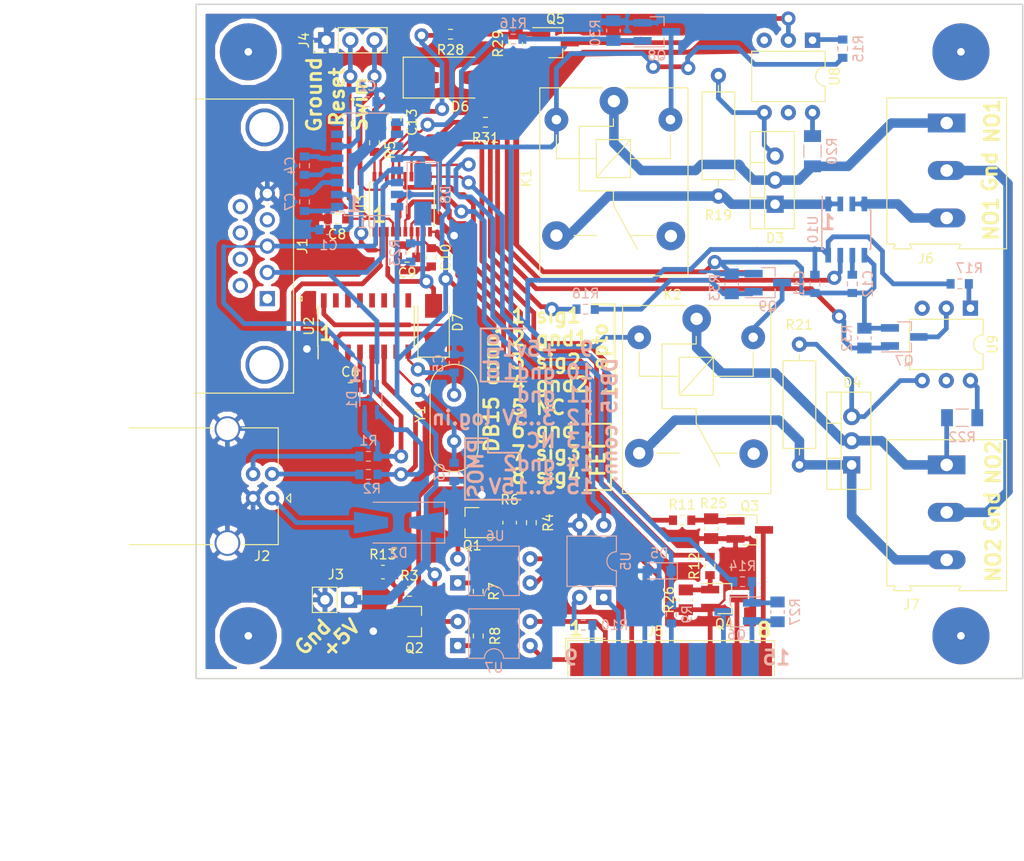
<source format=kicad_pcb>
(kicad_pcb (version 4) (host pcbnew 4.0.7)
  (layers (0 F.Cu signal) (31 B.Cu signal) (34 B.Paste user) (35 F.Paste user) (36 B.SilkS user) (37 F.SilkS user) (38 B.Mask user) (39 F.Mask user) (44 Edge.Cuts user))
  (net 0 "")
  (net 1 GND)
  (net 2 "Net-(C1-Pad2)")
  (net 3 "Net-(C2-Pad2)")
  (net 4 "Net-(C3-Pad2)")
  (net 5 "Net-(C4-Pad1)")
  (net 6 "Net-(C4-Pad2)")
  (net 7 "Net-(C5-Pad2)")
  (net 8 "Net-(C6-Pad2)")
  (net 9 "Net-(C7-Pad1)")
  (net 10 "Net-(C7-Pad2)")
  (net 11 /NRST)
  (net 12 "Net-(C9-Pad1)")
  (net 13 VCC)
  (net 14 "Net-(C12-Pad1)")
  (net 15 /TXD)
  (net 16 /RXD)
  (net 17 "Net-(D1-Pad4)")
  (net 18 "Net-(D1-Pad5)")
  (net 19 "Net-(D2-Pad2)")
  (net 20 "Net-(D3-Pad1)")
  (net 21 "Net-(D3-Pad2)")
  (net 22 "Net-(D3-Pad3)")
  (net 23 "Net-(D4-Pad1)")
  (net 24 "Net-(D4-Pad2)")
  (net 25 "Net-(D4-Pad3)")
  (net 26 "Net-(J2-Pad2)")
  (net 27 "Net-(J2-Pad3)")
  (net 28 /SWIM)
  (net 29 "Net-(J5-Pad1)")
  (net 30 "Net-(J5-Pad2)")
  (net 31 "Net-(J5-Pad3)")
  (net 32 "Net-(J5-Pad4)")
  (net 33 "Net-(J5-Pad7)")
  (net 34 "Net-(J5-Pad8)")
  (net 35 "Net-(J5-Pad9)")
  (net 36 "Net-(J5-Pad10)")
  (net 37 "Net-(J5-Pad12)")
  (net 38 "Net-(J5-Pad14)")
  (net 39 "Net-(J5-Pad15)")
  (net 40 GNDREF)
  (net 41 "Net-(J6-Pad3)")
  (net 42 "Net-(Q1-Pad1)")
  (net 43 "Net-(Q1-Pad3)")
  (net 44 "Net-(Q2-Pad1)")
  (net 45 "Net-(Q2-Pad3)")
  (net 46 "Net-(Q3-Pad1)")
  (net 47 "Net-(Q4-Pad1)")
  (net 48 "Net-(Q6-Pad1)")
  (net 49 "Net-(Q8-Pad1)")
  (net 50 "Net-(Q9-Pad1)")
  (net 51 /Out0)
  (net 52 /Out1)
  (net 53 /Cur0)
  (net 54 "Net-(R7-Pad1)")
  (net 55 "Net-(R8-Pad1)")
  (net 56 "Net-(R10-Pad2)")
  (net 57 /NKEY2)
  (net 58 /NKEY1)
  (net 59 /PKEY1)
  (net 60 "Net-(R15-Pad1)")
  (net 61 /Triac0)
  (net 62 /Relay0)
  (net 63 "Net-(R17-Pad1)")
  (net 64 /Triac1)
  (net 65 /Relay1)
  (net 66 "Net-(R20-Pad2)")
  (net 67 "Net-(R22-Pad2)")
  (net 68 /Rx)
  (net 69 /Tx)
  (net 70 /~In0)
  (net 71 /~In1)
  (net 72 "Net-(C13-Pad1)")
  (net 73 "Net-(D6-Pad1)")
  (net 74 "Net-(K1-Pad5)")
  (net 75 "Net-(K2-Pad5)")
  (net 76 "Net-(Q5-Pad1)")
  (net 77 "Net-(Q5-Pad3)")
  (net 78 "Net-(Q7-Pad1)")
  (net 79 "Net-(Q7-Pad3)")
  (net 80 "Net-(D7-Pad1)")
  (net 81 "Net-(D8-Pad1)")
  (module Resistor_SMD:R_0603_1608Metric_Pad0.84x1.00mm_HandSolder (layer B.Cu) (at 118.872 51.435 180)
    (fp_text reference R17 (at -1.016 1.651 180) (layer B.SilkS) (effects (justify mirror)))
    (fp_text value 150)
    (pad 1 smd rect (at -0.9625 0 180) (size 0.845 1) (layers B.Cu B.Paste B.Mask) (net 63 "Net-(R17-Pad1)"))
    (pad 2 smd rect (at 0.9625 0 180) (size 0.845 1) (layers B.Cu B.Paste B.Mask) (net 13 VCC))
  )
  (module Capacitor_SMD:C_0603_1608Metric_Pad0.84x1.00mm_HandSolder (layer B.Cu) (at 52.451 45.72)
    (fp_text reference C1 (at 0 1.65) (layer B.SilkS) (effects (justify mirror)))
    (fp_text value 0.1)
    (pad 1 smd rect (at -0.9625 0) (size 0.845 1) (layers B.Cu B.Paste B.Mask) (net 1 GND))
    (pad 2 smd rect (at 0.9625 0) (size 0.845 1) (layers B.Cu B.Paste B.Mask) (net 2 "Net-(C1-Pad2)"))
  )
  (module Package_SSOP:SOP-16_4.4x10.4mm_P1.27mm (layer B.Cu) (at 56.506 38.856)
    (fp_text reference U1 (at 0 6.2) (layer B.SilkS) (effects (justify mirror)))
    (fp_text value MAX3232)
    (pad 1 smd rect (at -3.15 4.45) (size 1.3 0.8) (layers B.Cu B.Paste B.Mask) (net 9 "Net-(C7-Pad1)"))
    (pad 2 smd rect (at -3.15 3.17) (size 1.3 0.8) (layers B.Cu B.Paste B.Mask) (net 2 "Net-(C1-Pad2)"))
    (pad 3 smd rect (at -3.15 1.91) (size 1.3 0.8) (layers B.Cu B.Paste B.Mask) (net 10 "Net-(C7-Pad2)"))
    (pad 4 smd rect (at -3.15 0.64) (size 1.3 0.8) (layers B.Cu B.Paste B.Mask) (net 5 "Net-(C4-Pad1)"))
    (pad 5 smd rect (at -3.15 -0.64) (size 1.3 0.8) (layers B.Cu B.Paste B.Mask) (net 6 "Net-(C4-Pad2)"))
    (pad 6 smd rect (at -3.15 -1.91) (size 1.3 0.8) (layers B.Cu B.Paste B.Mask) (net 3 "Net-(C2-Pad2)"))
    (pad 7 smd rect (at -3.15 -3.17) (size 1.3 0.8) (layers B.Cu B.Paste B.Mask))
    (pad 8 smd rect (at -3.15 -4.45) (size 1.3 0.8) (layers B.Cu B.Paste B.Mask))
    (pad 9 smd rect (at 3.15 -4.45) (size 1.3 0.8) (layers B.Cu B.Paste B.Mask))
    (pad 10 smd rect (at 3.15 -3.17) (size 1.3 0.8) (layers B.Cu B.Paste B.Mask))
    (pad 11 smd rect (at 3.15 -1.91) (size 1.3 0.8) (layers B.Cu B.Paste B.Mask) (net 69 /Tx))
    (pad 12 smd rect (at 3.15 -0.64) (size 1.3 0.8) (layers B.Cu B.Paste B.Mask) (net 81 "Net-(D8-Pad1)"))
    (pad 13 smd rect (at 3.15 0.64) (size 1.3 0.8) (layers B.Cu B.Paste B.Mask) (net 15 /TXD))
    (pad 14 smd rect (at 3.15 1.91) (size 1.3 0.8) (layers B.Cu B.Paste B.Mask) (net 16 /RXD))
    (pad 15 smd rect (at 3.15 3.17) (size 1.3 0.8) (layers B.Cu B.Paste B.Mask) (net 1 GND))
    (pad 16 smd rect (at 3.15 4.45) (size 1.3 0.8) (layers B.Cu B.Paste B.Mask) (net 13 VCC))
  )
  (module Capacitor_SMD:C_0603_1608Metric_Pad0.84x1.00mm_HandSolder (layer B.Cu) (at 56.515 32.258 180)
    (fp_text reference C2 (at 0 1.65 180) (layer B.SilkS) (effects (justify mirror)))
    (fp_text value 0.1)
    (pad 1 smd rect (at -0.9625 0 180) (size 0.845 1) (layers B.Cu B.Paste B.Mask) (net 1 GND))
    (pad 2 smd rect (at 0.9625 0 180) (size 0.845 1) (layers B.Cu B.Paste B.Mask) (net 3 "Net-(C2-Pad2)"))
  )
  (module Capacitor_SMD:C_0603_1608Metric_Pad0.84x1.00mm_HandSolder (layer B.Cu) (at 65.659 71.247 90)
    (fp_text reference C3 (at 0 -1.524 90) (layer B.SilkS) (effects (justify mirror)))
    (fp_text value 22p)
    (pad 1 smd rect (at -0.9625 0 90) (size 0.845 1) (layers B.Cu B.Paste B.Mask) (net 1 GND))
    (pad 2 smd rect (at 0.9625 0 90) (size 0.845 1) (layers B.Cu B.Paste B.Mask) (net 4 "Net-(C3-Pad2)"))
  )
  (module Capacitor_SMD:C_0603_1608Metric_Pad0.84x1.00mm_HandSolder (layer B.Cu) (at 49.911 38.989 90)
    (fp_text reference C4 (at 0 -1.524 90) (layer B.SilkS) (effects (justify mirror)))
    (fp_text value 0.1)
    (pad 1 smd rect (at -0.9625 0 90) (size 0.845 1) (layers B.Cu B.Paste B.Mask) (net 5 "Net-(C4-Pad1)"))
    (pad 2 smd rect (at 0.9625 0 90) (size 0.845 1) (layers B.Cu B.Paste B.Mask) (net 6 "Net-(C4-Pad2)"))
  )
  (module Capacitor_SMD:C_0603_1608Metric_Pad0.84x1.00mm_HandSolder (layer B.Cu) (at 65.659 59.817 270)
    (fp_text reference C5 (at 0 1.65 270) (layer B.SilkS) (effects (justify mirror)))
    (fp_text value 22p)
    (pad 1 smd rect (at -0.9625 0 270) (size 0.845 1) (layers B.Cu B.Paste B.Mask) (net 1 GND))
    (pad 2 smd rect (at 0.9625 0 270) (size 0.845 1) (layers B.Cu B.Paste B.Mask) (net 7 "Net-(C5-Pad2)"))
  )
  (module Capacitor_SMD:C_0603_1608Metric_Pad0.84x1.00mm_HandSolder (layer F.Cu) (at 54.737 62.357)
    (fp_text reference C6 (at 0 -1.65) (layer F.SilkS))
    (fp_text value 0.1)
    (pad 1 smd rect (at -0.9625 0) (size 0.845 1) (layers F.Cu F.Paste F.Mask) (net 1 GND))
    (pad 2 smd rect (at 0.9625 0) (size 0.845 1) (layers F.Cu F.Paste F.Mask) (net 8 "Net-(C6-Pad2)"))
  )
  (module Capacitor_SMD:C_0603_1608Metric_Pad0.84x1.00mm_HandSolder (layer B.Cu) (at 49.911 42.799 90)
    (fp_text reference C7 (at 0 -1.524 90) (layer B.SilkS) (effects (justify mirror)))
    (fp_text value 0.1)
    (pad 1 smd rect (at -0.9625 0 90) (size 0.845 1) (layers B.Cu B.Paste B.Mask) (net 9 "Net-(C7-Pad1)"))
    (pad 2 smd rect (at 0.9625 0 90) (size 0.845 1) (layers B.Cu B.Paste B.Mask) (net 10 "Net-(C7-Pad2)"))
  )
  (module Capacitor_SMD:C_0603_1608Metric_Pad0.84x1.00mm_HandSolder (layer F.Cu) (at 53.34 44.577 180)
    (fp_text reference C8 (at 0 -1.65 180) (layer F.SilkS))
    (fp_text value 0.1)
    (pad 1 smd rect (at -0.9625 0 180) (size 0.845 1) (layers F.Cu F.Paste F.Mask) (net 11 /NRST))
    (pad 2 smd rect (at 0.9625 0 180) (size 0.845 1) (layers F.Cu F.Paste F.Mask) (net 1 GND))
  )
  (module Capacitor_SMD:C_0603_1608Metric_Pad0.84x1.00mm_HandSolder (layer F.Cu) (at 60.706 48.641 180)
    (fp_text reference C9 (at 0 -1.65 180) (layer F.SilkS))
    (fp_text value 0.1)
    (pad 1 smd rect (at -0.9625 0 180) (size 0.845 1) (layers F.Cu F.Paste F.Mask) (net 12 "Net-(C9-Pad1)"))
    (pad 2 smd rect (at 0.9625 0 180) (size 0.845 1) (layers F.Cu F.Paste F.Mask) (net 1 GND))
  )
  (module Capacitor_SMD:C_0603_1608Metric_Pad0.84x1.00mm_HandSolder (layer F.Cu) (at 63.246 48.641 90)
    (fp_text reference C10 (at 0 1.524 90) (layer F.SilkS))
    (fp_text value 0.1)
    (pad 1 smd rect (at -0.9625 0 90) (size 0.845 1) (layers F.Cu F.Paste F.Mask) (net 1 GND))
    (pad 2 smd rect (at 0.9625 0 90) (size 0.845 1) (layers F.Cu F.Paste F.Mask) (net 13 VCC))
  )
  (module Capacitor_SMD:C_0603_1608Metric_Pad0.84x1.00mm_HandSolder (layer B.Cu) (at 103.632 51.435 270)
    (fp_text reference C11 (at 0 1.65 270) (layer B.SilkS) (effects (justify mirror)))
    (fp_text value 0.1)
    (pad 1 smd rect (at -0.9625 0 270) (size 0.845 1) (layers B.Cu B.Paste B.Mask) (net 13 VCC))
    (pad 2 smd rect (at 0.9625 0 270) (size 0.845 1) (layers B.Cu B.Paste B.Mask) (net 1 GND))
  )
  (module Package_TO_SOT_SMD:SOT-353_SC-70-5_Handsoldering (layer B.Cu) (at 56.896 63.627 270)
    (fp_text reference D1 (at 0 2 270) (layer B.SilkS) (effects (justify mirror)))
    (fp_text value SMF05)
    (pad 1 smd rect (at -1.33 0.65 270) (size 1.5 0.4) (layers B.Cu B.Paste B.Mask) (net 15 /TXD))
    (pad 2 smd rect (at -1.33 0 270) (size 1.5 0.4) (layers B.Cu B.Paste B.Mask) (net 1 GND))
    (pad 3 smd rect (at -1.33 -0.65 270) (size 1.5 0.4) (layers B.Cu B.Paste B.Mask) (net 16 /RXD))
    (pad 4 smd rect (at 1.33 -0.65 270) (size 1.5 0.4) (layers B.Cu B.Paste B.Mask) (net 17 "Net-(D1-Pad4)"))
    (pad 5 smd rect (at 1.33 0.65 270) (size 1.5 0.4) (layers B.Cu B.Paste B.Mask) (net 18 "Net-(D1-Pad5)"))
  )
  (module Diode_SMD:D_SMA-SMB_Universal_Handsoldering (layer B.Cu) (at 59.817 76.581 180)
    (fp_text reference D2 (at 0 -3.175 180) (layer B.SilkS) (effects (justify mirror)))
    (fp_text value SS14)
    (pad 1 smd trapezoid (at -2.9 0 180) (size 3.6 1.7) (rect_delta 0.6 0) (layers B.Cu B.Paste B.Mask) (net 13 VCC))
    (pad 2 smd trapezoid (at 2.9 0) (size 3.6 1.7) (rect_delta 0.6 0) (layers B.Cu B.Paste B.Mask) (net 19 "Net-(D2-Pad2)"))
  )
  (module Package_TO_SOT_THT:TO-220-3_Vertical (layer F.Cu) (at 99.441 43.053 90)
    (fp_text reference D3 (at -3.556 0 180) (layer F.SilkS))
    (fp_text value BT137-600E)
    (pad 1 thru_hole rect (at 0 0 90) (size 1.8 1.8) (drill 1) (layers *.Cu *.Mask) (net 20 "Net-(D3-Pad1)"))
    (pad 2 thru_hole oval (at 2.54 0 90) (size 1.8 1.8) (drill 1) (layers *.Cu *.Mask) (net 21 "Net-(D3-Pad2)"))
    (pad 3 thru_hole oval (at 5.08 0 90) (size 1.8 1.8) (drill 1) (layers *.Cu *.Mask) (net 22 "Net-(D3-Pad3)"))
  )
  (module Package_TO_SOT_THT:TO-220-3_Vertical (layer F.Cu) (at 107.5 70.5 90)
    (fp_text reference D4 (at 8.651 0.069 180) (layer F.SilkS))
    (fp_text value BT137-600E)
    (pad 1 thru_hole rect (at 0 0 90) (size 1.8 1.8) (drill 1) (layers *.Cu *.Mask) (net 23 "Net-(D4-Pad1)"))
    (pad 2 thru_hole oval (at 2.54 0 90) (size 1.8 1.8) (drill 1) (layers *.Cu *.Mask) (net 24 "Net-(D4-Pad2)"))
    (pad 3 thru_hole oval (at 5.08 0 90) (size 1.8 1.8) (drill 1) (layers *.Cu *.Mask) (net 25 "Net-(D4-Pad3)"))
  )
  (module Connector_USB:USB_B_Horizontal (layer F.Cu) (at 46.5 74 180)
    (fp_text reference J2 (at 1.05 -6.1 180) (layer F.SilkS))
    (fp_text value USB_B)
    (pad 2 thru_hole circle (at 0 2.54 90) (size 1.52 1.52) (drill 0.81) (layers *.Cu *.Mask) (net 26 "Net-(J2-Pad2)"))
    (pad 1 thru_hole circle (at 0 0 90) (size 1.52 1.52) (drill 0.81) (layers *.Cu *.Mask) (net 19 "Net-(D2-Pad2)"))
    (pad 4 thru_hole circle (at 2 0 90) (size 1.52 1.52) (drill 0.81) (layers *.Cu *.Mask) (net 1 GND))
    (pad 3 thru_hole circle (at 2 2.54 90) (size 1.52 1.52) (drill 0.81) (layers *.Cu *.Mask) (net 27 "Net-(J2-Pad3)"))
    (pad 5 thru_hole circle (at 4.7 7.27 90) (size 2.7 2.7) (drill 2.3) (layers *.Cu *.Mask) (net 1 GND))
    (pad 5 thru_hole circle (at 4.7 -4.73 90) (size 2.7 2.7) (drill 2.3) (layers *.Cu *.Mask) (net 1 GND))
  )
  (module Connector_PinHeader_2.54mm:PinHeader_1x02_P2.54mm_Vertical (layer F.Cu) (at 54.61 84.709 270)
    (fp_text reference J3 (at -2.667 1.397 360) (layer F.SilkS))
    (fp_text value 5Vext)
    (pad 1 thru_hole rect (at 0 0 270) (size 1.7 1.7) (drill 1) (layers *.Cu *.Mask) (net 13 VCC))
    (pad 2 thru_hole oval (at 0 2.54 270) (size 1.7 1.7) (drill 1) (layers *.Cu *.Mask) (net 1 GND))
  )
  (module Connector_PinHeader_2.54mm:PinHeader_1x03_P2.54mm_Vertical (layer F.Cu) (at 52.197 25.781 90)
    (fp_text reference J4 (at 0 -2.33 90) (layer F.SilkS))
    (fp_text value SWIM)
    (pad 1 thru_hole rect (at 0 0 90) (size 1.7 1.7) (drill 1) (layers *.Cu *.Mask) (net 1 GND))
    (pad 2 thru_hole oval (at 0 2.54 90) (size 1.7 1.7) (drill 1) (layers *.Cu *.Mask) (net 11 /NRST))
    (pad 3 thru_hole oval (at 0 5.08 90) (size 1.7 1.7) (drill 1) (layers *.Cu *.Mask) (net 28 /SWIM))
  )
  (module Connector_Dsub:DSUB-15_Male_EdgeMount_P2.77mm (layer F.Cu) (at 88.5 91)
    (fp_text reference J5 (at -1.632 -2.989) (layer F.SilkS))
    (fp_text value DB15_Male)
    (pad 1 smd rect (at -9.695 0) (size 1.846667 3.48) (layers F.Cu F.Paste F.Mask) (net 29 "Net-(J5-Pad1)"))
    (pad 2 smd rect (at -6.925 0) (size 1.846667 3.48) (layers F.Cu F.Paste F.Mask) (net 30 "Net-(J5-Pad2)"))
    (pad 3 smd rect (at -4.155 0) (size 1.846667 3.48) (layers F.Cu F.Paste F.Mask) (net 31 "Net-(J5-Pad3)"))
    (pad 4 smd rect (at -1.385 0) (size 1.846667 3.48) (layers F.Cu F.Paste F.Mask) (net 32 "Net-(J5-Pad4)"))
    (pad 5 smd rect (at 1.385 0) (size 1.846667 3.48) (layers F.Cu F.Paste F.Mask))
    (pad 6 smd rect (at 4.155 0) (size 1.846667 3.48) (layers F.Cu F.Paste F.Mask) (net 1 GND))
    (pad 7 smd rect (at 6.925 0) (size 1.846667 3.48) (layers F.Cu F.Paste F.Mask) (net 33 "Net-(J5-Pad7)"))
    (pad 8 smd rect (at 9.695 0) (size 1.846667 3.48) (layers F.Cu F.Paste F.Mask) (net 34 "Net-(J5-Pad8)"))
    (pad 9 smd rect (at -8.31 0) (size 1.846667 3.48) (layers B.Cu B.Paste B.Mask) (net 35 "Net-(J5-Pad9)"))
    (pad 10 smd rect (at -5.54 0) (size 1.846667 3.48) (layers B.Cu B.Paste B.Mask) (net 36 "Net-(J5-Pad10)"))
    (pad 11 smd rect (at -2.77 0) (size 1.846667 3.48) (layers B.Cu B.Paste B.Mask) (net 1 GND))
    (pad 12 smd rect (at 0 0) (size 1.846667 3.48) (layers B.Cu B.Paste B.Mask) (net 37 "Net-(J5-Pad12)"))
    (pad 13 smd rect (at 2.77 0) (size 1.846667 3.48) (layers B.Cu B.Paste B.Mask))
    (pad 14 smd rect (at 5.54 0) (size 1.846667 3.48) (layers B.Cu B.Paste B.Mask) (net 38 "Net-(J5-Pad14)"))
    (pad 15 smd rect (at 8.31 0) (size 1.846667 3.48) (layers B.Cu B.Paste B.Mask) (net 39 "Net-(J5-Pad15)"))
  )
  (module TerminalBlock:TerminalBlock_Altech_AK300-3_P5.00mm (layer F.Cu) (at 117.5 34.5 270)
    (fp_text reference J6 (at 14.268 2.184 360) (layer F.SilkS))
    (fp_text value Power)
    (pad 1 thru_hole rect (at 0 0 270) (size 1.98 3.96) (drill 1.32) (layers *.Cu *.Mask) (net 21 "Net-(D3-Pad2)"))
    (pad 2 thru_hole oval (at 5 0 270) (size 1.98 3.96) (drill 1.32) (layers *.Cu *.Mask) (net 40 GNDREF))
    (pad 3 thru_hole oval (at 10 0 270) (size 1.98 3.96) (drill 1.32) (layers *.Cu *.Mask) (net 41 "Net-(J6-Pad3)"))
  )
  (module TerminalBlock:TerminalBlock_Altech_AK300-3_P5.00mm (layer F.Cu) (at 117.5 70.5 270)
    (fp_text reference J7 (at 14.717 3.708 360) (layer F.SilkS))
    (fp_text value Power)
    (pad 1 thru_hole rect (at 0 0 270) (size 1.98 3.96) (drill 1.32) (layers *.Cu *.Mask) (net 24 "Net-(D4-Pad2)"))
    (pad 2 thru_hole oval (at 5 0 270) (size 1.98 3.96) (drill 1.32) (layers *.Cu *.Mask) (net 40 GNDREF))
    (pad 3 thru_hole oval (at 10 0 270) (size 1.98 3.96) (drill 1.32) (layers *.Cu *.Mask) (net 23 "Net-(D4-Pad1)"))
  )
  (module Relay_THT:Relay_SPDT_SANYOU_SRD_Series_Form_C (layer F.Cu) (at 82.475 32.195 270)
    (fp_text reference K1 (at 8.1 9.2 270) (layer F.SilkS))
    (fp_text value SRD-05VDC)
    (pad 2 thru_hole circle (at 1.95 6.05) (size 2.5 2.5) (drill 1) (layers *.Cu *.Mask) (net 13 VCC))
    (pad 3 thru_hole circle (at 14.15 6.05) (size 3 3) (drill 1.3) (layers *.Cu *.Mask) (net 20 "Net-(D3-Pad1)"))
    (pad 4 thru_hole circle (at 14.2 -6) (size 3 3) (drill 1.3) (layers *.Cu *.Mask))
    (pad 5 thru_hole circle (at 1.95 -5.95) (size 2.5 2.5) (drill 1) (layers *.Cu *.Mask) (net 74 "Net-(K1-Pad5)"))
    (pad 1 thru_hole circle (at 0 0) (size 3 3) (drill 1.3) (layers *.Cu *.Mask) (net 21 "Net-(D3-Pad2)"))
  )
  (module Relay_THT:Relay_SPDT_SANYOU_SRD_Series_Form_C (layer F.Cu) (at 91.186 55.118 270)
    (fp_text reference K2 (at -2.54 2.54 360) (layer F.SilkS))
    (fp_text value SRD-05VDC)
    (pad 2 thru_hole circle (at 1.95 6.05) (size 2.5 2.5) (drill 1) (layers *.Cu *.Mask) (net 13 VCC))
    (pad 3 thru_hole circle (at 14.15 6.05) (size 3 3) (drill 1.3) (layers *.Cu *.Mask) (net 23 "Net-(D4-Pad1)"))
    (pad 4 thru_hole circle (at 14.2 -6) (size 3 3) (drill 1.3) (layers *.Cu *.Mask))
    (pad 5 thru_hole circle (at 1.95 -5.95) (size 2.5 2.5) (drill 1) (layers *.Cu *.Mask) (net 75 "Net-(K2-Pad5)"))
    (pad 1 thru_hole circle (at 0 0) (size 3 3) (drill 1.3) (layers *.Cu *.Mask) (net 24 "Net-(D4-Pad2)"))
  )
  (module Package_TO_SOT_SMD:SOT-23_Handsoldering (layer F.Cu) (at 67.564 76.581 180)
    (fp_text reference Q1 (at 0 -2.413 180) (layer F.SilkS))
    (fp_text value 2N7002)
    (pad 1 smd rect (at -1.5 -0.95 180) (size 1.9 0.8) (layers F.Cu F.Paste F.Mask) (net 42 "Net-(Q1-Pad1)"))
    (pad 2 smd rect (at -1.5 0.95 180) (size 1.9 0.8) (layers F.Cu F.Paste F.Mask) (net 1 GND))
    (pad 3 smd rect (at 1.5 0 180) (size 1.9 0.8) (layers F.Cu F.Paste F.Mask) (net 43 "Net-(Q1-Pad3)"))
  )
  (module Package_TO_SOT_SMD:SOT-23_Handsoldering (layer F.Cu) (at 61.468 86.995)
    (fp_text reference Q2 (at 0 2.794) (layer F.SilkS))
    (fp_text value 2N7002)
    (pad 1 smd rect (at -1.5 -0.95) (size 1.9 0.8) (layers F.Cu F.Paste F.Mask) (net 44 "Net-(Q2-Pad1)"))
    (pad 2 smd rect (at -1.5 0.95) (size 1.9 0.8) (layers F.Cu F.Paste F.Mask) (net 1 GND))
    (pad 3 smd rect (at 1.5 0) (size 1.9 0.8) (layers F.Cu F.Paste F.Mask) (net 45 "Net-(Q2-Pad3)"))
  )
  (module Package_TO_SOT_SMD:SOT-23_Handsoldering (layer F.Cu) (at 96.774 77.343)
    (fp_text reference Q3 (at 0 -2.5) (layer F.SilkS))
    (fp_text value SI2300)
    (pad 1 smd rect (at -1.5 -0.95) (size 1.9 0.8) (layers F.Cu F.Paste F.Mask) (net 46 "Net-(Q3-Pad1)"))
    (pad 2 smd rect (at -1.5 0.95) (size 1.9 0.8) (layers F.Cu F.Paste F.Mask) (net 1 GND))
    (pad 3 smd rect (at 1.5 0) (size 1.9 0.8) (layers F.Cu F.Paste F.Mask) (net 34 "Net-(J5-Pad8)"))
  )
  (module Package_TO_SOT_SMD:SOT-23_Handsoldering (layer F.Cu) (at 94.107 84.582)
    (fp_text reference Q4 (at 0 2.667) (layer F.SilkS))
    (fp_text value SI2300)
    (pad 1 smd rect (at -1.5 -0.95) (size 1.9 0.8) (layers F.Cu F.Paste F.Mask) (net 47 "Net-(Q4-Pad1)"))
    (pad 2 smd rect (at -1.5 0.95) (size 1.9 0.8) (layers F.Cu F.Paste F.Mask) (net 1 GND))
    (pad 3 smd rect (at 1.5 0) (size 1.9 0.8) (layers F.Cu F.Paste F.Mask) (net 33 "Net-(J5-Pad7)"))
  )
  (module Package_TO_SOT_SMD:SOT-23_Handsoldering (layer B.Cu) (at 95.504 85.979 180)
    (fp_text reference Q6 (at 0.127 -2.413 180) (layer B.SilkS) (effects (justify mirror)))
    (fp_text value AO3407)
    (pad 1 smd rect (at -1.5 0.95 180) (size 1.9 0.8) (layers B.Cu B.Paste B.Mask) (net 48 "Net-(Q6-Pad1)"))
    (pad 2 smd rect (at -1.5 -0.95 180) (size 1.9 0.8) (layers B.Cu B.Paste B.Mask) (net 39 "Net-(J5-Pad15)"))
    (pad 3 smd rect (at 1.5 0 180) (size 1.9 0.8) (layers B.Cu B.Paste B.Mask) (net 38 "Net-(J5-Pad14)"))
  )
  (module Package_TO_SOT_SMD:SOT-23_Handsoldering (layer B.Cu) (at 86.995 24.892)
    (fp_text reference Q8 (at 0 2.5) (layer B.SilkS) (effects (justify mirror)))
    (fp_text value 2N7002)
    (pad 1 smd rect (at -1.5 0.95) (size 1.9 0.8) (layers B.Cu B.Paste B.Mask) (net 49 "Net-(Q8-Pad1)"))
    (pad 2 smd rect (at -1.5 -0.95) (size 1.9 0.8) (layers B.Cu B.Paste B.Mask) (net 1 GND))
    (pad 3 smd rect (at 1.5 0) (size 1.9 0.8) (layers B.Cu B.Paste B.Mask) (net 74 "Net-(K1-Pad5)"))
  )
  (module Package_TO_SOT_SMD:SOT-23_Handsoldering (layer B.Cu) (at 98.679 51.308)
    (fp_text reference Q9 (at 0 2.5) (layer B.SilkS) (effects (justify mirror)))
    (fp_text value 2N7002)
    (pad 1 smd rect (at -1.5 0.95) (size 1.9 0.8) (layers B.Cu B.Paste B.Mask) (net 50 "Net-(Q9-Pad1)"))
    (pad 2 smd rect (at -1.5 -0.95) (size 1.9 0.8) (layers B.Cu B.Paste B.Mask) (net 1 GND))
    (pad 3 smd rect (at 1.5 0) (size 1.9 0.8) (layers B.Cu B.Paste B.Mask) (net 75 "Net-(K2-Pad5)"))
  )
  (module Resistor_SMD:R_0603_1608Metric_Pad0.84x1.00mm_HandSolder (layer B.Cu) (at 56.642 69.596 180)
    (fp_text reference R1 (at 0 1.65 180) (layer B.SilkS) (effects (justify mirror)))
    (fp_text value 22)
    (pad 1 smd rect (at -0.9625 0 180) (size 0.845 1) (layers B.Cu B.Paste B.Mask) (net 18 "Net-(D1-Pad5)"))
    (pad 2 smd rect (at 0.9625 0 180) (size 0.845 1) (layers B.Cu B.Paste B.Mask) (net 27 "Net-(J2-Pad3)"))
  )
  (module Resistor_SMD:R_0603_1608Metric_Pad0.84x1.00mm_HandSolder (layer B.Cu) (at 56.642 71.501 180)
    (fp_text reference R2 (at -0.358 -1.499 180) (layer B.SilkS) (effects (justify mirror)))
    (fp_text value 22)
    (pad 1 smd rect (at -0.9625 0 180) (size 0.845 1) (layers B.Cu B.Paste B.Mask) (net 17 "Net-(D1-Pad4)"))
    (pad 2 smd rect (at 0.9625 0 180) (size 0.845 1) (layers B.Cu B.Paste B.Mask) (net 26 "Net-(J2-Pad2)"))
  )
  (module Resistor_SMD:R_0603_1608Metric_Pad0.84x1.00mm_HandSolder (layer F.Cu) (at 60.96 83.82)
    (fp_text reference R3 (at 0 -1.65) (layer F.SilkS))
    (fp_text value 330)
    (pad 1 smd rect (at -0.9625 0) (size 0.845 1) (layers F.Cu F.Paste F.Mask) (net 44 "Net-(Q2-Pad1)"))
    (pad 2 smd rect (at 0.9625 0) (size 0.845 1) (layers F.Cu F.Paste F.Mask) (net 51 /Out0))
  )
  (module Resistor_SMD:R_0603_1608Metric_Pad0.84x1.00mm_HandSolder (layer F.Cu) (at 73.787 76.581 90)
    (fp_text reference R4 (at 0 1.778 90) (layer F.SilkS))
    (fp_text value 330)
    (pad 1 smd rect (at -0.9625 0 90) (size 0.845 1) (layers F.Cu F.Paste F.Mask) (net 42 "Net-(Q1-Pad1)"))
    (pad 2 smd rect (at 0.9625 0 90) (size 0.845 1) (layers F.Cu F.Paste F.Mask) (net 52 /Out1))
  )
  (module Resistor_SMD:R_0603_1608Metric_Pad0.84x1.00mm_HandSolder (layer F.Cu) (at 57.277 36.576 270)
    (fp_text reference R5 (at 0.762 -1.651 270) (layer F.SilkS))
    (fp_text value 4k7)
    (pad 1 smd rect (at -0.9625 0 270) (size 0.845 1) (layers F.Cu F.Paste F.Mask) (net 73 "Net-(D6-Pad1)"))
    (pad 2 smd rect (at 0.9625 0 270) (size 0.845 1) (layers F.Cu F.Paste F.Mask) (net 72 "Net-(C13-Pad1)"))
  )
  (module Resistor_SMD:R_0603_1608Metric_Pad0.84x1.00mm_HandSolder (layer F.Cu) (at 68.199 83.82 270)
    (fp_text reference R7 (at 0 -1.65 270) (layer F.SilkS))
    (fp_text value 150)
    (pad 1 smd rect (at -0.9625 0 270) (size 0.845 1) (layers F.Cu F.Paste F.Mask) (net 54 "Net-(R7-Pad1)"))
    (pad 2 smd rect (at 0.9625 0 270) (size 0.845 1) (layers F.Cu F.Paste F.Mask) (net 13 VCC))
  )
  (module Resistor_SMD:R_0603_1608Metric_Pad0.84x1.00mm_HandSolder (layer F.Cu) (at 68.199 88.519 90)
    (fp_text reference R8 (at 0 1.778 90) (layer F.SilkS))
    (fp_text value 150)
    (pad 1 smd rect (at -0.9625 0 90) (size 0.845 1) (layers F.Cu F.Paste F.Mask) (net 55 "Net-(R8-Pad1)"))
    (pad 2 smd rect (at 0.9625 0 90) (size 0.845 1) (layers F.Cu F.Paste F.Mask) (net 13 VCC))
  )
  (module Resistor_SMD:R_0603_1608Metric_Pad0.84x1.00mm_HandSolder (layer B.Cu) (at 88.519 86.233 90)
    (fp_text reference R9 (at 0 1.65 90) (layer B.SilkS) (effects (justify mirror)))
    (fp_text value 150)
    (pad 1 smd rect (at -0.9625 0 90) (size 0.845 1) (layers B.Cu B.Paste B.Mask) (net 37 "Net-(J5-Pad12)"))
    (pad 2 smd rect (at 0.9625 0 90) (size 0.845 1) (layers B.Cu B.Paste B.Mask) (net 70 /~In0))
  )
  (module Resistor_SMD:R_0603_1608Metric_Pad0.84x1.00mm_HandSolder (layer B.Cu) (at 79.248 87.376 180)
    (fp_text reference R10 (at -3.302 0 180) (layer B.SilkS) (effects (justify mirror)))
    (fp_text value 150)
    (pad 1 smd rect (at -0.9625 0 180) (size 0.845 1) (layers B.Cu B.Paste B.Mask) (net 35 "Net-(J5-Pad9)"))
    (pad 2 smd rect (at 0.9625 0 180) (size 0.845 1) (layers B.Cu B.Paste B.Mask) (net 56 "Net-(R10-Pad2)"))
  )
  (module Resistor_SMD:R_0603_1608Metric_Pad0.84x1.00mm_HandSolder (layer F.Cu) (at 89.662 76.327 180)
    (fp_text reference R11 (at 0 1.651 180) (layer F.SilkS))
    (fp_text value 330)
    (pad 1 smd rect (at -0.9625 0 180) (size 0.845 1) (layers F.Cu F.Paste F.Mask) (net 46 "Net-(Q3-Pad1)"))
    (pad 2 smd rect (at 0.9625 0 180) (size 0.845 1) (layers F.Cu F.Paste F.Mask) (net 57 /NKEY2))
  )
  (module Resistor_SMD:R_0603_1608Metric_Pad0.84x1.00mm_HandSolder (layer F.Cu) (at 92.583 81.153 90)
    (fp_text reference R12 (at 0 -1.65 90) (layer F.SilkS))
    (fp_text value 330)
    (pad 1 smd rect (at -0.9625 0 90) (size 0.845 1) (layers F.Cu F.Paste F.Mask) (net 47 "Net-(Q4-Pad1)"))
    (pad 2 smd rect (at 0.9625 0 90) (size 0.845 1) (layers F.Cu F.Paste F.Mask) (net 58 /NKEY1))
  )
  (module Resistor_SMD:R_0603_1608Metric_Pad0.84x1.00mm_HandSolder (layer B.Cu) (at 96.012 82.804 180)
    (fp_text reference R14 (at 0 1.65 180) (layer B.SilkS) (effects (justify mirror)))
    (fp_text value 330)
    (pad 1 smd rect (at -0.9625 0 180) (size 0.845 1) (layers B.Cu B.Paste B.Mask) (net 48 "Net-(Q6-Pad1)"))
    (pad 2 smd rect (at 0.9625 0 180) (size 0.845 1) (layers B.Cu B.Paste B.Mask) (net 59 /PKEY1))
  )
  (module Resistor_SMD:R_0603_1608Metric_Pad0.84x1.00mm_HandSolder (layer B.Cu) (at 106.553 26.67 270)
    (fp_text reference R15 (at 0 -1.651 270) (layer B.SilkS) (effects (justify mirror)))
    (fp_text value 150)
    (pad 1 smd rect (at -0.9625 0 270) (size 0.845 1) (layers B.Cu B.Paste B.Mask) (net 60 "Net-(R15-Pad1)"))
    (pad 2 smd rect (at 0.9625 0 270) (size 0.845 1) (layers B.Cu B.Paste B.Mask) (net 13 VCC))
  )
  (module Resistor_SMD:R_0603_1608Metric_Pad0.84x1.00mm_HandSolder (layer B.Cu) (at 71.882 25.654 180)
    (fp_text reference R16 (at 0 1.65 180) (layer B.SilkS) (effects (justify mirror)))
    (fp_text value 330)
    (pad 1 smd rect (at -0.9625 0 180) (size 0.845 1) (layers B.Cu B.Paste B.Mask) (net 49 "Net-(Q8-Pad1)"))
    (pad 2 smd rect (at 0.9625 0 180) (size 0.845 1) (layers B.Cu B.Paste B.Mask) (net 62 /Relay0))
  )
  (module Resistor_SMD:R_0603_1608Metric_Pad0.84x1.00mm_HandSolder (layer B.Cu) (at 79.502 54.102 180)
    (fp_text reference R18 (at 0 1.65 180) (layer B.SilkS) (effects (justify mirror)))
    (fp_text value 330)
    (pad 1 smd rect (at -0.9625 0 180) (size 0.845 1) (layers B.Cu B.Paste B.Mask) (net 50 "Net-(Q9-Pad1)"))
    (pad 2 smd rect (at 0.9625 0 180) (size 0.845 1) (layers B.Cu B.Paste B.Mask) (net 65 /Relay1))
  )
  (module Resistor_SMD:R_1206_3216Metric_Pad1.24x1.80mm_HandSolder (layer B.Cu) (at 103.378 37.465 90)
    (fp_text reference R20 (at 0 2.05 90) (layer B.SilkS) (effects (justify mirror)))
    (fp_text value 330)
    (pad 1 smd rect (at -1.5925 0 90) (size 1.245 1.8) (layers B.Cu B.Paste B.Mask) (net 21 "Net-(D3-Pad2)"))
    (pad 2 smd rect (at 1.5925 0 90) (size 1.245 1.8) (layers B.Cu B.Paste B.Mask) (net 66 "Net-(R20-Pad2)"))
  )
  (module Resistor_SMD:R_1206_3216Metric_Pad1.24x1.80mm_HandSolder (layer B.Cu) (at 119.126 65.532)
    (fp_text reference R22 (at 0 2.05) (layer B.SilkS) (effects (justify mirror)))
    (fp_text value 330)
    (pad 1 smd rect (at -1.5925 0) (size 1.245 1.8) (layers B.Cu B.Paste B.Mask) (net 24 "Net-(D4-Pad2)"))
    (pad 2 smd rect (at 1.5925 0) (size 1.245 1.8) (layers B.Cu B.Paste B.Mask) (net 67 "Net-(R22-Pad2)"))
  )
  (module Resistor_SMD:R_0603_1608Metric_Pad0.84x1.00mm_HandSolder (layer B.Cu) (at 61.087 48.133 90)
    (fp_text reference R23 (at 0 -1.651 90) (layer B.SilkS) (effects (justify mirror)))
    (fp_text value 4k7)
    (pad 1 smd rect (at -0.9625 0 90) (size 0.845 1) (layers B.Cu B.Paste B.Mask) (net 13 VCC))
    (pad 2 smd rect (at 0.9625 0 90) (size 0.845 1) (layers B.Cu B.Paste B.Mask) (net 68 /Rx))
  )
  (module Package_SOIC:SOIC-16_3.9x9.9mm_P1.27mm (layer F.Cu) (at 56.388 55.88 90)
    (fp_text reference U2 (at 0 -6 90) (layer F.SilkS))
    (fp_text value CH340G)
    (pad 1 smd rect (at -2.7 -4.445 90) (size 1.5 0.6) (layers F.Cu F.Paste F.Mask) (net 1 GND))
    (pad 2 smd rect (at -2.7 -3.175 90) (size 1.5 0.6) (layers F.Cu F.Paste F.Mask) (net 80 "Net-(D7-Pad1)"))
    (pad 3 smd rect (at -2.7 -1.905 90) (size 1.5 0.6) (layers F.Cu F.Paste F.Mask) (net 69 /Tx))
    (pad 4 smd rect (at -2.7 -0.635 90) (size 1.5 0.6) (layers F.Cu F.Paste F.Mask) (net 8 "Net-(C6-Pad2)"))
    (pad 5 smd rect (at -2.7 0.635 90) (size 1.5 0.6) (layers F.Cu F.Paste F.Mask) (net 18 "Net-(D1-Pad5)"))
    (pad 6 smd rect (at -2.7 1.905 90) (size 1.5 0.6) (layers F.Cu F.Paste F.Mask) (net 17 "Net-(D1-Pad4)"))
    (pad 7 smd rect (at -2.7 3.175 90) (size 1.5 0.6) (layers F.Cu F.Paste F.Mask) (net 4 "Net-(C3-Pad2)"))
    (pad 8 smd rect (at -2.7 4.445 90) (size 1.5 0.6) (layers F.Cu F.Paste F.Mask) (net 7 "Net-(C5-Pad2)"))
    (pad 9 smd rect (at 2.7 4.445 90) (size 1.5 0.6) (layers F.Cu F.Paste F.Mask))
    (pad 10 smd rect (at 2.7 3.175 90) (size 1.5 0.6) (layers F.Cu F.Paste F.Mask))
    (pad 11 smd rect (at 2.7 1.905 90) (size 1.5 0.6) (layers F.Cu F.Paste F.Mask))
    (pad 12 smd rect (at 2.7 0.635 90) (size 1.5 0.6) (layers F.Cu F.Paste F.Mask))
    (pad 13 smd rect (at 2.7 -0.635 90) (size 1.5 0.6) (layers F.Cu F.Paste F.Mask))
    (pad 14 smd rect (at 2.7 -1.905 90) (size 1.5 0.6) (layers F.Cu F.Paste F.Mask))
    (pad 15 smd rect (at 2.7 -3.175 90) (size 1.5 0.6) (layers F.Cu F.Paste F.Mask))
    (pad 16 smd rect (at 2.7 -4.445 90) (size 1.5 0.6) (layers F.Cu F.Paste F.Mask) (net 13 VCC))
  )
  (module Package_SSOP:SSOP-20_4.4x6.5mm_P0.65mm (layer F.Cu) (at 60.198 43.053 90)
    (fp_text reference U3 (at 0 -4.3 90) (layer F.SilkS))
    (fp_text value STM8S003F3P)
    (pad 1 smd rect (at -2.9 -2.925 90) (size 1 0.4) (layers F.Cu F.Paste F.Mask))
    (pad 2 smd rect (at -2.9 -2.275 90) (size 1 0.4) (layers F.Cu F.Paste F.Mask) (net 69 /Tx))
    (pad 3 smd rect (at -2.9 -1.625 90) (size 1 0.4) (layers F.Cu F.Paste F.Mask) (net 68 /Rx))
    (pad 4 smd rect (at -2.9 -0.975 90) (size 1 0.4) (layers F.Cu F.Paste F.Mask) (net 11 /NRST))
    (pad 5 smd rect (at -2.9 -0.325 90) (size 1 0.4) (layers F.Cu F.Paste F.Mask) (net 71 /~In1))
    (pad 6 smd rect (at -2.9 0.325 90) (size 1 0.4) (layers F.Cu F.Paste F.Mask) (net 52 /Out1))
    (pad 7 smd rect (at -2.9 0.975 90) (size 1 0.4) (layers F.Cu F.Paste F.Mask) (net 1 GND))
    (pad 8 smd rect (at -2.9 1.625 90) (size 1 0.4) (layers F.Cu F.Paste F.Mask) (net 12 "Net-(C9-Pad1)"))
    (pad 9 smd rect (at -2.9 2.275 90) (size 1 0.4) (layers F.Cu F.Paste F.Mask) (net 13 VCC))
    (pad 10 smd rect (at -2.9 2.925 90) (size 1 0.4) (layers F.Cu F.Paste F.Mask) (net 51 /Out0))
    (pad 11 smd rect (at 2.9 2.925 90) (size 1 0.4) (layers F.Cu F.Paste F.Mask) (net 59 /PKEY1))
    (pad 12 smd rect (at 2.9 2.275 90) (size 1 0.4) (layers F.Cu F.Paste F.Mask) (net 70 /~In0))
    (pad 13 smd rect (at 2.9 1.625 90) (size 1 0.4) (layers F.Cu F.Paste F.Mask) (net 57 /NKEY2))
    (pad 14 smd rect (at 2.9 0.975 90) (size 1 0.4) (layers F.Cu F.Paste F.Mask) (net 65 /Relay1))
    (pad 15 smd rect (at 2.9 0.325 90) (size 1 0.4) (layers F.Cu F.Paste F.Mask) (net 58 /NKEY1))
    (pad 16 smd rect (at 2.9 -0.325 90) (size 1 0.4) (layers F.Cu F.Paste F.Mask) (net 64 /Triac1))
    (pad 17 smd rect (at 2.9 -0.975 90) (size 1 0.4) (layers F.Cu F.Paste F.Mask) (net 62 /Relay0))
    (pad 18 smd rect (at 2.9 -1.625 90) (size 1 0.4) (layers F.Cu F.Paste F.Mask) (net 28 /SWIM))
    (pad 19 smd rect (at 2.9 -2.275 90) (size 1 0.4) (layers F.Cu F.Paste F.Mask) (net 61 /Triac0))
    (pad 20 smd rect (at 2.9 -2.925 90) (size 1 0.4) (layers F.Cu F.Paste F.Mask) (net 72 "Net-(C13-Pad1)"))
  )
  (module Package_DIP:DIP-4_W7.62mm (layer B.Cu) (at 81.407 84.455 90)
    (fp_text reference U5 (at 3.81 2.33 90) (layer B.SilkS) (effects (justify mirror)))
    (fp_text value PC817)
    (pad 1 thru_hole rect (at 0 0 90) (size 1.6 1.6) (drill 0.8) (layers *.Cu *.Mask) (net 36 "Net-(J5-Pad10)"))
    (pad 3 thru_hole oval (at 7.62 -2.54 90) (size 1.6 1.6) (drill 0.8) (layers *.Cu *.Mask) (net 1 GND))
    (pad 2 thru_hole oval (at 0 -2.54 90) (size 1.6 1.6) (drill 0.8) (layers *.Cu *.Mask) (net 56 "Net-(R10-Pad2)"))
    (pad 4 thru_hole oval (at 7.62 0 90) (size 1.6 1.6) (drill 0.8) (layers *.Cu *.Mask) (net 71 /~In1))
  )
  (module Package_DIP:DIP-4_W7.62mm (layer B.Cu) (at 66.04 82.931)
    (fp_text reference U6 (at 3.937 -4.953) (layer B.SilkS) (effects (justify mirror)))
    (fp_text value PC817)
    (pad 1 thru_hole rect (at 0 0) (size 1.6 1.6) (drill 0.8) (layers *.Cu *.Mask) (net 54 "Net-(R7-Pad1)"))
    (pad 3 thru_hole oval (at 7.62 -2.54) (size 1.6 1.6) (drill 0.8) (layers *.Cu *.Mask) (net 32 "Net-(J5-Pad4)"))
    (pad 2 thru_hole oval (at 0 -2.54) (size 1.6 1.6) (drill 0.8) (layers *.Cu *.Mask) (net 43 "Net-(Q1-Pad3)"))
    (pad 4 thru_hole oval (at 7.62 0) (size 1.6 1.6) (drill 0.8) (layers *.Cu *.Mask) (net 31 "Net-(J5-Pad3)"))
  )
  (module Package_DIP:DIP-4_W7.62mm (layer B.Cu) (at 66.04 89.535)
    (fp_text reference U7 (at 3.81 2.33) (layer B.SilkS) (effects (justify mirror)))
    (fp_text value PC817)
    (pad 1 thru_hole rect (at 0 0) (size 1.6 1.6) (drill 0.8) (layers *.Cu *.Mask) (net 55 "Net-(R8-Pad1)"))
    (pad 3 thru_hole oval (at 7.62 -2.54) (size 1.6 1.6) (drill 0.8) (layers *.Cu *.Mask) (net 30 "Net-(J5-Pad2)"))
    (pad 2 thru_hole oval (at 0 -2.54) (size 1.6 1.6) (drill 0.8) (layers *.Cu *.Mask) (net 45 "Net-(Q2-Pad3)"))
    (pad 4 thru_hole oval (at 7.62 0) (size 1.6 1.6) (drill 0.8) (layers *.Cu *.Mask) (net 29 "Net-(J5-Pad1)"))
  )
  (module Package_DIP:DIP-6_W7.62mm (layer F.Cu) (at 103.378 25.781 270)
    (fp_text reference U8 (at 3.81 -2.33 270) (layer F.SilkS))
    (fp_text value MOC3063M)
    (pad 1 thru_hole rect (at 0 0 270) (size 1.6 1.6) (drill 0.8) (layers *.Cu *.Mask) (net 60 "Net-(R15-Pad1)"))
    (pad 4 thru_hole oval (at 7.62 5.08 270) (size 1.6 1.6) (drill 0.8) (layers *.Cu *.Mask) (net 22 "Net-(D3-Pad3)"))
    (pad 2 thru_hole oval (at 0 2.54 270) (size 1.6 1.6) (drill 0.8) (layers *.Cu *.Mask) (net 77 "Net-(Q5-Pad3)"))
    (pad 5 thru_hole oval (at 7.62 2.54 270) (size 1.6 1.6) (drill 0.8) (layers *.Cu *.Mask))
    (pad 3 thru_hole oval (at 0 5.08 270) (size 1.6 1.6) (drill 0.8) (layers *.Cu *.Mask))
    (pad 6 thru_hole oval (at 7.62 0 270) (size 1.6 1.6) (drill 0.8) (layers *.Cu *.Mask) (net 66 "Net-(R20-Pad2)"))
  )
  (module Package_DIP:DIP-6_W7.62mm (layer F.Cu) (at 120 54 270)
    (fp_text reference U9 (at 3.81 -2.33 270) (layer F.SilkS))
    (fp_text value MOC3063M)
    (pad 1 thru_hole rect (at 0 0 270) (size 1.6 1.6) (drill 0.8) (layers *.Cu *.Mask) (net 63 "Net-(R17-Pad1)"))
    (pad 4 thru_hole oval (at 7.62 5.08 270) (size 1.6 1.6) (drill 0.8) (layers *.Cu *.Mask) (net 25 "Net-(D4-Pad3)"))
    (pad 2 thru_hole oval (at 0 2.54 270) (size 1.6 1.6) (drill 0.8) (layers *.Cu *.Mask) (net 79 "Net-(Q7-Pad3)"))
    (pad 5 thru_hole oval (at 7.62 2.54 270) (size 1.6 1.6) (drill 0.8) (layers *.Cu *.Mask))
    (pad 3 thru_hole oval (at 0 5.08 270) (size 1.6 1.6) (drill 0.8) (layers *.Cu *.Mask))
    (pad 6 thru_hole oval (at 7.62 0 270) (size 1.6 1.6) (drill 0.8) (layers *.Cu *.Mask) (net 67 "Net-(R22-Pad2)"))
  )
  (module Package_SOIC:SOIC-8_3.9x4.9mm_P1.27mm (layer B.Cu) (at 106.934 45.72 270)
    (fp_text reference U10 (at 0 3.5 270) (layer B.SilkS) (effects (justify mirror)))
    (fp_text value ACS712)
    (pad 1 smd rect (at -2.7 1.905 270) (size 1.55 0.6) (layers B.Cu B.Paste B.Mask) (net 20 "Net-(D3-Pad1)"))
    (pad 2 smd rect (at -2.7 0.635 270) (size 1.55 0.6) (layers B.Cu B.Paste B.Mask) (net 20 "Net-(D3-Pad1)"))
    (pad 3 smd rect (at -2.7 -0.635 270) (size 1.55 0.6) (layers B.Cu B.Paste B.Mask) (net 41 "Net-(J6-Pad3)"))
    (pad 4 smd rect (at -2.7 -1.905 270) (size 1.55 0.6) (layers B.Cu B.Paste B.Mask) (net 41 "Net-(J6-Pad3)"))
    (pad 5 smd rect (at 2.7 -1.905 270) (size 1.55 0.6) (layers B.Cu B.Paste B.Mask) (net 1 GND))
    (pad 6 smd rect (at 2.7 -0.635 270) (size 1.55 0.6) (layers B.Cu B.Paste B.Mask) (net 14 "Net-(C12-Pad1)"))
    (pad 7 smd rect (at 2.7 0.635 270) (size 1.55 0.6) (layers B.Cu B.Paste B.Mask) (net 53 /Cur0))
    (pad 8 smd rect (at 2.7 1.905 270) (size 1.55 0.6) (layers B.Cu B.Paste B.Mask) (net 13 VCC))
  )
  (module Crystal:Crystal_HC49-U_Vertical (layer F.Cu) (at 65.659 63.119 270)
    (fp_text reference Y1 (at 2.032 3.556 270) (layer F.SilkS))
    (fp_text value 12M)
    (pad 1 thru_hole circle (at 0 0 270) (size 1.5 1.5) (drill 0.8) (layers *.Cu *.Mask) (net 7 "Net-(C5-Pad2)"))
    (pad 2 thru_hole circle (at 4.88 0 270) (size 1.5 1.5) (drill 0.8) (layers *.Cu *.Mask) (net 4 "Net-(C3-Pad2)"))
  )
  (module Connector_Dsub:DSUB-9_Female_Horizontal_P2.77x2.84mm_EdgePinOffset4.94mm_Housed_MountingHolesOffset7.48mm (layer F.Cu) (at 46 53 270)
    (fp_text reference J1 (at -5.54 -3.7 270) (layer F.SilkS))
    (fp_text value DB9_Female)
    (pad 1 thru_hole rect (at 0 0 270) (size 1.6 1.6) (drill 1) (layers *.Cu *.Mask))
    (pad 2 thru_hole circle (at -2.77 0 270) (size 1.6 1.6) (drill 1) (layers *.Cu *.Mask) (net 16 /RXD))
    (pad 3 thru_hole circle (at -5.54 0 270) (size 1.6 1.6) (drill 1) (layers *.Cu *.Mask) (net 15 /TXD))
    (pad 4 thru_hole circle (at -8.31 0 270) (size 1.6 1.6) (drill 1) (layers *.Cu *.Mask))
    (pad 5 thru_hole circle (at -11.08 0 270) (size 1.6 1.6) (drill 1) (layers *.Cu *.Mask) (net 1 GND))
    (pad 6 thru_hole circle (at -1.385 2.84 270) (size 1.6 1.6) (drill 1) (layers *.Cu *.Mask))
    (pad 7 thru_hole circle (at -4.155 2.84 270) (size 1.6 1.6) (drill 1) (layers *.Cu *.Mask))
    (pad 8 thru_hole circle (at -6.925 2.84 270) (size 1.6 1.6) (drill 1) (layers *.Cu *.Mask))
    (pad 9 thru_hole circle (at -9.695 2.84 270) (size 1.6 1.6) (drill 1) (layers *.Cu *.Mask))
    (pad 0 thru_hole circle (at -18.04 0.3 270) (size 4 4) (drill 3.2) (layers *.Cu *.Mask))
    (pad 0 thru_hole circle (at 6.96 0.3 270) (size 4 4) (drill 3.2) (layers *.Cu *.Mask))
  )
  (module Diode_SMD:D_SOD-323_HandSoldering (layer B.Cu) (at 87.249 81.661 180)
    (fp_text reference D5 (at 0 1.85 180) (layer B.SilkS) (effects (justify mirror)))
    (fp_text value MM3Z3V6)
    (pad 1 smd rect (at -1.25 0 180) (size 1 1) (layers B.Cu B.Paste B.Mask) (net 70 /~In0))
    (pad 2 smd rect (at 1.25 0 180) (size 1 1) (layers B.Cu B.Paste B.Mask) (net 1 GND))
  )
  (module Capacitor_SMD:C_0603_1608Metric_Pad0.84x1.00mm_HandSolder (layer F.Cu) (at 59.563 34.036 90)
    (fp_text reference C13 (at -0.381 1.651 90) (layer F.SilkS))
    (fp_text value 0.1)
    (pad 1 smd rect (at -0.9625 0 90) (size 0.845 1) (layers F.Cu F.Paste F.Mask) (net 72 "Net-(C13-Pad1)"))
    (pad 2 smd rect (at 0.9625 0 90) (size 0.845 1) (layers F.Cu F.Paste F.Mask) (net 1 GND))
  )
  (module Diode_SMD:D_SMA-SMB_Universal_Handsoldering (layer F.Cu) (at 65.151 29.718)
    (fp_text reference D6 (at 1.143 3.048) (layer F.SilkS))
    (fp_text value SS14)
    (pad 1 smd trapezoid (at -2.9 0) (size 3.6 1.7) (rect_delta 0.6 0) (layers F.Cu F.Paste F.Mask) (net 73 "Net-(D6-Pad1)"))
    (pad 2 smd trapezoid (at 2.9 0 180) (size 3.6 1.7) (rect_delta 0.6 0) (layers F.Cu F.Paste F.Mask) (net 53 /Cur0))
  )
  (module Resistor_THT:R_Axial_DIN0309_L9.0mm_D3.2mm_P12.70mm_Horizontal (layer F.Cu) (at 93.475 42.195 90)
    (fp_text reference R19 (at -2.001 -0.003 180) (layer F.SilkS))
    (fp_text value 330)
    (pad 1 thru_hole circle (at 0 0 90) (size 1.6 1.6) (drill 0.8) (layers *.Cu *.Mask) (net 20 "Net-(D3-Pad1)"))
    (pad 2 thru_hole oval (at 12.7 0 90) (size 1.6 1.6) (drill 0.8) (layers *.Cu *.Mask) (net 22 "Net-(D3-Pad3)"))
  )
  (module Resistor_THT:R_Axial_DIN0309_L9.0mm_D3.2mm_P12.70mm_Horizontal (layer F.Cu) (at 102 70.5 90)
    (fp_text reference R21 (at 14.747 -0.019 180) (layer F.SilkS))
    (fp_text value 330)
    (pad 1 thru_hole circle (at 0 0 90) (size 1.6 1.6) (drill 0.8) (layers *.Cu *.Mask) (net 23 "Net-(D4-Pad1)"))
    (pad 2 thru_hole oval (at 12.7 0 90) (size 1.6 1.6) (drill 0.8) (layers *.Cu *.Mask) (net 25 "Net-(D4-Pad3)"))
  )
  (module Capacitor_SMD:C_0603_1608Metric_Pad0.84x1.00mm_HandSolder (layer B.Cu) (at 107.569 51.435 270)
    (fp_text reference C12 (at 0 -1.651 270) (layer B.SilkS) (effects (justify mirror)))
    (fp_text value 1n)
    (pad 1 smd rect (at -0.9625 0 270) (size 0.845 1) (layers B.Cu B.Paste B.Mask) (net 14 "Net-(C12-Pad1)"))
    (pad 2 smd rect (at 0.9625 0 270) (size 0.845 1) (layers B.Cu B.Paste B.Mask) (net 1 GND))
  )
  (module my_footprints:Hole_3mm (layer F.Cu) (at 44 27)
    (fp_text reference REF** hide)
    (fp_text value MountingHole_3.2mm_M3 hide)
    (pad "" np_thru_hole circle (at 0 0) (size 6 6) (drill 0.8) (layers *.Cu *.Mask))
  )
  (module my_footprints:Hole_3mm (layer F.Cu) (at 44 88.5)
    (fp_text reference REF** hide)
    (fp_text value MountingHole_3.2mm_M3 hide)
    (pad "" np_thru_hole circle (at 0 0) (size 6 6) (drill 0.8) (layers *.Cu *.Mask))
  )
  (module my_footprints:Hole_3mm (layer F.Cu) (at 119 88.5)
    (fp_text reference REF** hide)
    (fp_text value MountingHole_3.2mm_M3 hide)
    (pad "" np_thru_hole circle (at 0 0) (size 6 6) (drill 0.8) (layers *.Cu *.Mask))
  )
  (module my_footprints:Hole_3mm (layer F.Cu) (at 119 27)
    (fp_text reference REF** hide)
    (fp_text value MountingHole_3.2mm_M3 hide)
    (pad "" np_thru_hole circle (at 0 0) (size 6 6) (drill 0.8) (layers *.Cu *.Mask))
  )
  (module Package_TO_SOT_SMD:SOT-23_Handsoldering (layer F.Cu) (at 76.327 26.035)
    (fp_text reference Q5 (at 0 -2.5) (layer F.SilkS))
    (fp_text value 2N7002)
    (pad 1 smd rect (at -1.5 -0.95) (size 1.9 0.8) (layers F.Cu F.Paste F.Mask) (net 76 "Net-(Q5-Pad1)"))
    (pad 2 smd rect (at -1.5 0.95) (size 1.9 0.8) (layers F.Cu F.Paste F.Mask) (net 1 GND))
    (pad 3 smd rect (at 1.5 0) (size 1.9 0.8) (layers F.Cu F.Paste F.Mask) (net 77 "Net-(Q5-Pad3)"))
  )
  (module Package_TO_SOT_SMD:SOT-23_Handsoldering (layer B.Cu) (at 113.03 57.023)
    (fp_text reference Q7 (at 0 2.5) (layer B.SilkS) (effects (justify mirror)))
    (fp_text value 2N7002)
    (pad 1 smd rect (at -1.5 0.95) (size 1.9 0.8) (layers B.Cu B.Paste B.Mask) (net 78 "Net-(Q7-Pad1)"))
    (pad 2 smd rect (at -1.5 -0.95) (size 1.9 0.8) (layers B.Cu B.Paste B.Mask) (net 1 GND))
    (pad 3 smd rect (at 1.5 0) (size 1.9 0.8) (layers B.Cu B.Paste B.Mask) (net 79 "Net-(Q7-Pad3)"))
  )
  (module Resistor_SMD:R_0805_2012Metric_Pad1.15x1.50mm_HandSolder (layer F.Cu) (at 71.501 76.581 90)
    (fp_text reference R6 (at 2.413 0 180) (layer F.SilkS))
    (fp_text value 47k)
    (pad 1 smd rect (at -1.0425 0 90) (size 1.145 1.5) (layers F.Cu F.Paste F.Mask) (net 42 "Net-(Q1-Pad1)"))
    (pad 2 smd rect (at 1.0425 0 90) (size 1.145 1.5) (layers F.Cu F.Paste F.Mask) (net 1 GND))
  )
  (module Resistor_SMD:R_0805_2012Metric_Pad1.15x1.50mm_HandSolder (layer F.Cu) (at 58.166 81.788)
    (fp_text reference R13 (at 0 -1.85) (layer F.SilkS))
    (fp_text value 47k)
    (pad 1 smd rect (at -1.0425 0) (size 1.145 1.5) (layers F.Cu F.Paste F.Mask) (net 1 GND))
    (pad 2 smd rect (at 1.0425 0) (size 1.145 1.5) (layers F.Cu F.Paste F.Mask) (net 44 "Net-(Q2-Pad1)"))
  )
  (module Resistor_SMD:R_0805_2012Metric_Pad1.15x1.50mm_HandSolder (layer F.Cu) (at 92.71 77.216 270)
    (fp_text reference R25 (at -2.667 -0.254 360) (layer F.SilkS))
    (fp_text value 47k)
    (pad 1 smd rect (at -1.0425 0 270) (size 1.145 1.5) (layers F.Cu F.Paste F.Mask) (net 46 "Net-(Q3-Pad1)"))
    (pad 2 smd rect (at 1.0425 0 270) (size 1.145 1.5) (layers F.Cu F.Paste F.Mask) (net 1 GND))
  )
  (module Resistor_SMD:R_0805_2012Metric_Pad1.15x1.50mm_HandSolder (layer F.Cu) (at 90.043 84.709 270)
    (fp_text reference R26 (at 0 1.778 450) (layer F.SilkS))
    (fp_text value 47k)
    (pad 1 smd rect (at -1.0425 0 270) (size 1.145 1.5) (layers F.Cu F.Paste F.Mask) (net 47 "Net-(Q4-Pad1)"))
    (pad 2 smd rect (at 1.0425 0 270) (size 1.145 1.5) (layers F.Cu F.Paste F.Mask) (net 1 GND))
  )
  (module Resistor_SMD:R_0805_2012Metric_Pad1.15x1.50mm_HandSolder (layer B.Cu) (at 99.695 85.979 90)
    (fp_text reference R27 (at 0 1.85 90) (layer B.SilkS) (effects (justify mirror)))
    (fp_text value 47k)
    (pad 1 smd rect (at -1.0425 0 90) (size 1.145 1.5) (layers B.Cu B.Paste B.Mask) (net 39 "Net-(J5-Pad15)"))
    (pad 2 smd rect (at 1.0425 0 90) (size 1.145 1.5) (layers B.Cu B.Paste B.Mask) (net 48 "Net-(Q6-Pad1)"))
  )
  (module Resistor_SMD:R_0603_1608Metric_Pad0.84x1.00mm_HandSolder (layer F.Cu) (at 65.278 25.146 180)
    (fp_text reference R28 (at 0 -1.65 180) (layer F.SilkS))
    (fp_text value 330)
    (pad 1 smd rect (at -0.9625 0 180) (size 0.845 1) (layers F.Cu F.Paste F.Mask) (net 76 "Net-(Q5-Pad1)"))
    (pad 2 smd rect (at 0.9625 0 180) (size 0.845 1) (layers F.Cu F.Paste F.Mask) (net 61 /Triac0))
  )
  (module Resistor_SMD:R_0805_2012Metric_Pad1.15x1.50mm_HandSolder (layer F.Cu) (at 72.136 26.162 90)
    (fp_text reference R29 (at 0 -1.85 90) (layer F.SilkS))
    (fp_text value 47k)
    (pad 1 smd rect (at -1.0425 0 90) (size 1.145 1.5) (layers F.Cu F.Paste F.Mask) (net 1 GND))
    (pad 2 smd rect (at 1.0425 0 90) (size 1.145 1.5) (layers F.Cu F.Paste F.Mask) (net 76 "Net-(Q5-Pad1)"))
  )
  (module Resistor_SMD:R_0805_2012Metric_Pad1.15x1.50mm_HandSolder (layer B.Cu) (at 82.423 24.765 90)
    (fp_text reference R30 (at -0.254 -1.905 90) (layer B.SilkS) (effects (justify mirror)))
    (fp_text value 47k)
    (pad 1 smd rect (at -1.0425 0 90) (size 1.145 1.5) (layers B.Cu B.Paste B.Mask) (net 49 "Net-(Q8-Pad1)"))
    (pad 2 smd rect (at 1.0425 0 90) (size 1.145 1.5) (layers B.Cu B.Paste B.Mask) (net 1 GND))
  )
  (module Resistor_SMD:R_0603_1608Metric_Pad0.84x1.00mm_HandSolder (layer F.Cu) (at 68.961 34.417 180)
    (fp_text reference R31 (at 0 -1.65 180) (layer F.SilkS))
    (fp_text value 330)
    (pad 1 smd rect (at -0.9625 0 180) (size 0.845 1) (layers F.Cu F.Paste F.Mask) (net 78 "Net-(Q7-Pad1)"))
    (pad 2 smd rect (at 0.9625 0 180) (size 0.845 1) (layers F.Cu F.Paste F.Mask) (net 64 /Triac1))
  )
  (module Resistor_SMD:R_0805_2012Metric_Pad1.15x1.50mm_HandSolder (layer B.Cu) (at 108.839 57.15 270)
    (fp_text reference R32 (at 0 1.85 270) (layer B.SilkS) (effects (justify mirror)))
    (fp_text value 47k)
    (pad 1 smd rect (at -1.0425 0 270) (size 1.145 1.5) (layers B.Cu B.Paste B.Mask) (net 1 GND))
    (pad 2 smd rect (at 1.0425 0 270) (size 1.145 1.5) (layers B.Cu B.Paste B.Mask) (net 78 "Net-(Q7-Pad1)"))
  )
  (module Resistor_SMD:R_0805_2012Metric_Pad1.15x1.50mm_HandSolder (layer B.Cu) (at 94.869 51.435 90)
    (fp_text reference R33 (at -0.381 -1.778 90) (layer B.SilkS) (effects (justify mirror)))
    (fp_text value 47k)
    (pad 1 smd rect (at -1.0425 0 90) (size 1.145 1.5) (layers B.Cu B.Paste B.Mask) (net 50 "Net-(Q9-Pad1)"))
    (pad 2 smd rect (at 1.0425 0 90) (size 1.145 1.5) (layers B.Cu B.Paste B.Mask) (net 1 GND))
  )
  (module Diode_SMD:D_SMA (layer F.Cu) (at 63.5 55.753 90)
    (fp_text reference D7 (at 0.254 2.54 90) (layer F.SilkS))
    (fp_text value SS14)
    (pad 1 smd rect (at -2 0 90) (size 2.5 1.8) (layers F.Cu F.Paste F.Mask) (net 80 "Net-(D7-Pad1)"))
    (pad 2 smd rect (at 2 0 90) (size 2.5 1.8) (layers F.Cu F.Paste F.Mask) (net 68 /Rx))
  )
  (module Diode_SMD:D_SMA (layer B.Cu) (at 62.357 42.037 270)
    (fp_text reference D8 (at 0 -2.413 270) (layer B.SilkS) (effects (justify mirror)))
    (fp_text value SS14)
    (pad 1 smd rect (at -2 0 270) (size 2.5 1.8) (layers B.Cu B.Paste B.Mask) (net 81 "Net-(D8-Pad1)"))
    (pad 2 smd rect (at 2 0 270) (size 2.5 1.8) (layers B.Cu B.Paste B.Mask) (net 68 /Rx))
  )
  (gr_line (start 66.802 74.168) (end 72.644 74.168) (angle 90) (layer B.SilkS) (width 0.2))
  (gr_line (start 66.802 67.691) (end 66.802 74.168) (angle 90) (layer B.SilkS) (width 0.2))
  (gr_line (start 69.215 67.691) (end 66.802 67.691) (angle 90) (layer B.SilkS) (width 0.2))
  (gr_line (start 69.215 69.215) (end 69.215 67.691) (angle 90) (layer B.SilkS) (width 0.2))
  (gr_line (start 72.644 69.215) (end 69.215 69.215) (angle 90) (layer B.SilkS) (width 0.2))
  (gr_text PMOS (at 67.945 70.866 90) (layer B.SilkS) (effects (font (size 1.5 1.5) (thickness 0.3)) (justify mirror)))
  (gr_line (start 68.453 61.722) (end 73.279 61.722) (angle 90) (layer B.SilkS) (width 0.2))
  (gr_line (start 68.453 56.134) (end 68.453 61.722) (angle 90) (layer B.SilkS) (width 0.2))
  (gr_line (start 73.279 56.134) (end 68.453 56.134) (angle 90) (layer B.SilkS) (width 0.2))
  (gr_text opto (at 69.596 59.055 90) (layer B.SilkS) (effects (font (size 1.5 1.5) (thickness 0.3)) (justify mirror)))
  (gr_text "9  +5v1\n10 gnd1\n11 gnd\n12 3..5V log.in\n13 NC\n14 gnd2\n15 3..15V" (at 80.518 65.532) (layer B.SilkS) (effects (font (size 1.5 1.5) (thickness 0.3)) (justify left mirror)))
  (gr_text 15 (at 99.568 90.805) (layer B.SilkS) (effects (font (size 1.5 1.5) (thickness 0.3)) (justify mirror)))
  (gr_text 9 (at 77.978 90.805) (layer B.SilkS) (effects (font (size 1.5 1.5) (thickness 0.3)) (justify mirror)))
  (gr_text "DB15 conn." (at 82.042 65.786 90) (layer B.SilkS) (effects (font (size 1.5 1.5) (thickness 0.3)) (justify mirror)))
  (gr_text "DB15 conn." (at 69.596 62.611 90) (layer F.SilkS) (effects (font (size 1.5 1.5) (thickness 0.3))))
  (gr_text 8 (at 98.298 87.884) (layer F.SilkS) (effects (font (size 1.5 1.5) (thickness 0.3))))
  (gr_text 1 (at 78.486 87.757) (layer F.SilkS) (effects (font (size 1.5 1.5) (thickness 0.3))))
  (gr_line (start 82.169 73.152) (end 79.375 73.152) (angle 90) (layer F.SilkS) (width 0.2))
  (gr_line (start 82.169 66.167) (end 82.169 73.152) (angle 90) (layer F.SilkS) (width 0.2))
  (gr_line (start 79.502 66.167) (end 82.169 66.167) (angle 90) (layer F.SilkS) (width 0.2))
  (gr_text FET (at 80.772 69.85 90) (layer F.SilkS) (effects (font (size 1.5 1.5) (thickness 0.3))))
  (gr_line (start 82.55 62.738) (end 81.28 62.738) (angle 90) (layer F.SilkS) (width 0.2))
  (gr_line (start 82.55 53.594) (end 82.55 62.738) (angle 90) (layer F.SilkS) (width 0.2))
  (gr_line (start 80.137 53.594) (end 82.55 53.594) (angle 90) (layer F.SilkS) (width 0.2))
  (gr_text opto (at 81.026 58.039 90) (layer F.SilkS) (effects (font (size 1.5 1.5) (thickness 0.3))))
  (gr_text "1 sig1\n2 gnd1\n3 sig2\n4 gnd2\n5 NC\n6 gnd\n7 sig3\n8 sig4" (at 71.501 63.246) (layer F.SilkS) (effects (font (size 1.5 1.5) (thickness 0.3)) (justify left)))
  (gr_text 1 (at 52.197 56.642) (layer F.SilkS) (effects (font (size 1.5 1.5) (thickness 0.3))))
  (gr_text 1 (at 57.785 44.196) (layer F.SilkS) (effects (font (size 1.5 1.5) (thickness 0.3))))
  (gr_text 1 (at 55.245 60.96) (layer B.SilkS) (effects (font (size 1.5 1.5) (thickness 0.3)) (justify mirror)))
  (gr_text 1 (at 105.029 44.958) (layer B.SilkS) (effects (font (size 1.5 1.5) (thickness 0.3)) (justify mirror)))
  (gr_text 1 (at 55.118 43.053) (layer B.SilkS) (effects (font (size 1.5 1.5) (thickness 0.3)) (justify mirror)))
  (gr_text Gnd (at 50.8 88.646 45) (layer F.SilkS) (effects (font (size 1.5 1.5) (thickness 0.3))))
  (gr_text +5V (at 53.721 88.773 45) (layer F.SilkS) (effects (font (size 1.5 1.5) (thickness 0.3))))
  (gr_text Swim (at 55.753 32.512 90) (layer F.SilkS) (effects (font (size 1.5 1.5) (thickness 0.3))))
  (gr_text Reset (at 53.34 31.75 90) (layer F.SilkS) (effects (font (size 1.5 1.5) (thickness 0.3))))
  (gr_text Ground (at 50.927 31.496 90) (layer F.SilkS) (effects (font (size 1.5 1.5) (thickness 0.3))))
  (gr_text NO2 (at 122.428 80.518 90) (layer F.SilkS) (effects (font (size 1.5 1.5) (thickness 0.3))))
  (gr_text NO2 (at 122.428 70.231 90) (layer F.SilkS) (effects (font (size 1.5 1.5) (thickness 0.3))))
  (gr_text NO1 (at 122.174 44.577 90) (layer F.SilkS) (effects (font (size 1.5 1.5) (thickness 0.3))))
  (gr_text NO1 (at 122.301 34.29 90) (layer F.SilkS) (effects (font (size 1.5 1.5) (thickness 0.3))))
  (gr_text Gnd (at 122.301 75.438 90) (layer F.SilkS) (effects (font (size 1.5 1.5) (thickness 0.3))))
  (gr_text Gnd (at 122.047 39.624 90) (layer F.SilkS) (effects (font (size 1.5 1.5) (thickness 0.3))))
  (gr_line (start 125.5 93) (end 38.5 93) (angle 90) (layer Edge.Cuts) (width 0.15))
  (gr_line (start 38.5 22) (end 125.5 22) (angle 90) (layer Edge.Cuts) (width 0.15))
  (gr_line (start 125.5 22) (end 125.5 93) (angle 90) (layer Edge.Cuts) (width 0.15))
  (gr_line (start 38.5 22) (end 38.5 93) (angle 90) (layer Edge.Cuts) (width 0.15))
  (segment (start 77.6605 82.1055) (end 82.079452 82.1055) (width 0.5) (layer B.Cu) (net 1))
  (segment (start 82.079452 82.1055) (end 82.142952 82.169) (width 0.5) (layer B.Cu) (net 1))
  (segment (start 67.818 59.182) (end 67.818 46.736) (width 0.5) (layer B.Cu) (net 1))
  (segment (start 67.818 46.736) (end 67.437 46.355) (width 0.5) (layer B.Cu) (net 1))
  (segment (start 102.235 52.3975) (end 102.235 49.784) (width 0.5) (layer B.Cu) (net 1))
  (segment (start 101.6 49.149) (end 99.949 49.149) (width 0.5) (layer B.Cu) (net 1))
  (segment (start 102.235 49.784) (end 101.6 49.149) (width 0.5) (layer B.Cu) (net 1))
  (segment (start 90.297 50.165) (end 92.075 50.165) (width 0.5) (layer F.Cu) (net 1))
  (segment (start 92.075 50.165) (end 93.091 49.149) (width 0.5) (layer F.Cu) (net 1))
  (segment (start 93.091 49.149) (end 99.949 49.149) (width 0.5) (layer B.Cu) (net 1))
  (segment (start 102.235 52.3975) (end 103.632 52.3975) (width 0.5) (layer B.Cu) (net 1))
  (segment (start 93.091 49.149) (end 93.6255 49.149) (width 0.5) (layer B.Cu) (net 1))
  (segment (start 93.6255 49.149) (end 94.869 50.3925) (width 0.5) (layer B.Cu) (net 1))
  (segment (start 59.7435 49.8475) (end 63.002 49.8475) (width 0.5) (layer F.Cu) (net 1))
  (segment (start 63.002 49.8475) (end 63.246 49.6035) (width 0.5) (layer F.Cu) (net 1))
  (segment (start 72.136 47.117) (end 72.136 47.244) (width 0.5) (layer F.Cu) (net 1))
  (segment (start 72.136 47.244) (end 75.057 50.165) (width 0.5) (layer F.Cu) (net 1))
  (segment (start 63.87 42.026) (end 64.146 42.026) (width 0.5) (layer B.Cu) (net 1))
  (segment (start 64.135 38.481) (end 63.373 37.719) (width 0.5) (layer B.Cu) (net 1))
  (segment (start 64.135 42.015) (end 64.135 38.481) (width 0.5) (layer B.Cu) (net 1))
  (segment (start 64.146 42.026) (end 64.135 42.015) (width 0.5) (layer B.Cu) (net 1))
  (segment (start 65.659 46.355) (end 67.437 46.355) (width 0.5) (layer B.Cu) (net 1))
  (segment (start 61.173 45.126) (end 61.849 44.45) (width 0.25) (layer F.Cu) (net 1))
  (segment (start 61.849 44.45) (end 62.23 44.45) (width 0.25) (layer F.Cu) (net 1))
  (segment (start 63.754 44.45) (end 62.23 44.45) (width 0.5) (layer F.Cu) (net 1))
  (segment (start 65.659 46.355) (end 63.754 44.45) (width 0.5) (layer F.Cu) (net 1))
  (via (at 65.659 46.355) (size 1.5) (drill 0.8) (layers F.Cu B.Cu) (net 1))
  (segment (start 61.173 45.953) (end 61.173 45.126) (width 0.25) (layer F.Cu) (net 1))
  (segment (start 62.23 42.026) (end 63.87 42.026) (width 0.25) (layer B.Cu) (net 1))
  (segment (start 61.468 35.814) (end 63.373 37.719) (width 0.5) (layer B.Cu) (net 1))
  (segment (start 61.468 32.893) (end 60.833 32.258) (width 0.5) (layer B.Cu) (net 1))
  (segment (start 60.833 32.258) (end 57.4775 32.258) (width 0.5) (layer B.Cu) (net 1))
  (segment (start 61.468 32.893) (end 61.468 35.814) (width 0.5) (layer B.Cu) (net 1))
  (segment (start 90.043 85.7515) (end 92.3875 85.7515) (width 0.5) (layer F.Cu) (net 1))
  (segment (start 92.3875 85.7515) (end 92.607 85.532) (width 0.5) (layer F.Cu) (net 1))
  (segment (start 94.869 50.3925) (end 97.1445 50.3925) (width 0.5) (layer B.Cu) (net 1))
  (segment (start 97.1445 50.3925) (end 97.179 50.358) (width 0.5) (layer B.Cu) (net 1))
  (segment (start 108.839 56.1075) (end 108.839 52.832) (width 0.5) (layer B.Cu) (net 1))
  (segment (start 108.839 52.832) (end 109.2735 52.3975) (width 0.5) (layer B.Cu) (net 1))
  (segment (start 108.839 56.1075) (end 111.4955 56.1075) (width 0.5) (layer B.Cu) (net 1))
  (segment (start 111.4955 56.1075) (end 111.53 56.073) (width 0.5) (layer B.Cu) (net 1))
  (segment (start 103.632 52.3975) (end 107.569 52.3975) (width 0.5) (layer B.Cu) (net 1))
  (via (at 93.091 49.149) (size 1.5) (drill 0.8) (layers F.Cu B.Cu) (net 1))
  (segment (start 90.297 50.165) (end 75.057 50.165) (width 0.5) (layer F.Cu) (net 1))
  (segment (start 85.495 23.942) (end 76.52 23.942) (width 0.5) (layer B.Cu) (net 1))
  (segment (start 76.52 23.942) (end 76.327 23.749) (width 0.5) (layer B.Cu) (net 1))
  (segment (start 74.827 26.985) (end 72.3555 26.985) (width 0.5) (layer F.Cu) (net 1))
  (segment (start 72.3555 26.985) (end 72.136 27.2045) (width 0.5) (layer F.Cu) (net 1))
  (segment (start 92.71 78.2585) (end 95.2395 78.2585) (width 0.5) (layer F.Cu) (net 1))
  (segment (start 95.2395 78.2585) (end 95.274 78.293) (width 0.5) (layer F.Cu) (net 1))
  (segment (start 69.064 75.631) (end 71.4085 75.631) (width 0.5) (layer F.Cu) (net 1))
  (segment (start 71.4085 75.631) (end 71.501 75.5385) (width 0.5) (layer F.Cu) (net 1))
  (segment (start 44.5 74) (end 44.5 77.139) (width 0.5) (layer B.Cu) (net 1))
  (segment (start 44.5 77.139) (end 52.07 84.709) (width 0.5) (layer B.Cu) (net 1))
  (segment (start 48.3 66.675) (end 41.855 66.675) (width 0.5) (layer B.Cu) (net 1))
  (segment (start 41.855 66.675) (end 41.8 66.73) (width 0.5) (layer B.Cu) (net 1))
  (segment (start 41.8 66.73) (end 41.8 78.73) (width 0.5) (layer B.Cu) (net 1))
  (segment (start 78.867 76.835) (end 78.867 78.867) (width 0.5) (layer B.Cu) (net 1))
  (segment (start 73.914 76.835) (end 75.946 78.867) (width 0.5) (layer B.Cu) (net 1))
  (segment (start 66.294 73.533) (end 69.596 76.835) (width 0.5) (layer B.Cu) (net 1))
  (segment (start 69.596 76.835) (end 73.914 76.835) (width 0.5) (layer B.Cu) (net 1))
  (segment (start 46 38.862) (end 43.561 38.862) (width 0.5) (layer B.Cu) (net 1))
  (segment (start 44.45 64.897) (end 48.3 64.897) (width 0.5) (layer B.Cu) (net 1))
  (segment (start 40.259 60.706) (end 44.45 64.897) (width 0.5) (layer B.Cu) (net 1))
  (segment (start 40.259 42.164) (end 40.259 60.706) (width 0.5) (layer B.Cu) (net 1))
  (segment (start 43.561 38.862) (end 40.259 42.164) (width 0.5) (layer B.Cu) (net 1))
  (segment (start 71.755 26.924) (end 63.119 26.924) (width 0.5) (layer F.Cu) (net 1))
  (segment (start 72.136 27.305) (end 71.755 26.924) (width 0.5) (layer F.Cu) (net 1))
  (segment (start 72.136 47.117) (end 72.136 27.305) (width 0.5) (layer F.Cu) (net 1))
  (segment (start 59.563 33.0735) (end 60.2715 33.0735) (width 0.5) (layer F.Cu) (net 1))
  (segment (start 63.119 26.924) (end 64.262 26.924) (width 0.5) (layer F.Cu) (net 1))
  (segment (start 64.262 26.924) (end 65.151 27.813) (width 0.5) (layer F.Cu) (net 1))
  (segment (start 65.151 27.813) (end 65.151 30.734) (width 0.5) (layer F.Cu) (net 1))
  (segment (start 60.2715 33.0735) (end 61.341 32.004) (width 0.5) (layer F.Cu) (net 1))
  (segment (start 61.341 32.004) (end 63.246 32.004) (width 0.5) (layer F.Cu) (net 1))
  (segment (start 63.246 32.004) (end 63.881 31.369) (width 0.5) (layer F.Cu) (net 1))
  (segment (start 63.881 31.369) (end 64.516 31.369) (width 0.5) (layer F.Cu) (net 1))
  (segment (start 64.516 31.369) (end 65.151 30.734) (width 0.5) (layer F.Cu) (net 1))
  (segment (start 52.197 25.781) (end 52.197 25.019) (width 0.5) (layer B.Cu) (net 1))
  (segment (start 52.197 25.019) (end 53.467 23.749) (width 0.5) (layer B.Cu) (net 1))
  (segment (start 53.467 23.749) (end 76.327 23.749) (width 0.5) (layer B.Cu) (net 1))
  (segment (start 107.569 52.3975) (end 109.2735 52.3975) (width 0.5) (layer B.Cu) (net 1))
  (segment (start 109.855 50.927) (end 109.855 49.436) (width 0.5) (layer B.Cu) (net 1))
  (segment (start 109.855 49.436) (end 108.839 48.42) (width 0.5) (layer B.Cu) (net 1))
  (segment (start 109.2735 52.3975) (end 109.855 51.816) (width 0.5) (layer B.Cu) (net 1))
  (segment (start 109.855 51.816) (end 109.855 50.927) (width 0.5) (layer B.Cu) (net 1))
  (segment (start 50.8635 43.4975) (end 50.8635 29.7815) (width 0.5) (layer F.Cu) (net 1))
  (segment (start 50.8635 29.7815) (end 52.578 28.067) (width 0.5) (layer F.Cu) (net 1))
  (segment (start 52.578 28.067) (end 58.928 28.067) (width 0.5) (layer F.Cu) (net 1))
  (segment (start 58.928 28.067) (end 60.071 26.924) (width 0.5) (layer F.Cu) (net 1))
  (segment (start 60.071 26.924) (end 63.119 26.924) (width 0.5) (layer F.Cu) (net 1))
  (segment (start 52.197 28.956) (end 52.197 30.353) (width 0.5) (layer B.Cu) (net 1))
  (segment (start 52.7785 30.9345) (end 57.4775 30.9345) (width 0.5) (layer B.Cu) (net 1))
  (segment (start 52.197 30.353) (end 52.7785 30.9345) (width 0.5) (layer B.Cu) (net 1))
  (segment (start 65.659 72.2095) (end 67.1095 72.2095) (width 0.5) (layer B.Cu) (net 1))
  (segment (start 67.1095 72.2095) (end 67.818 71.501) (width 0.5) (layer B.Cu) (net 1))
  (segment (start 67.818 71.501) (end 67.818 59.182) (width 0.5) (layer B.Cu) (net 1))
  (segment (start 67.818 59.182) (end 67.4905 58.8545) (width 0.5) (layer B.Cu) (net 1))
  (segment (start 67.4905 58.8545) (end 66.802 58.8545) (width 0.5) (layer B.Cu) (net 1))
  (segment (start 66.802 58.8545) (end 65.659 58.8545) (width 0.5) (layer B.Cu) (net 1))
  (segment (start 59.656 42.026) (end 62.23 42.026) (width 0.25) (layer B.Cu) (net 1))
  (segment (start 57.4775 32.258) (end 57.4775 30.9345) (width 0.5) (layer B.Cu) (net 1))
  (segment (start 50.673 34.163) (end 50.673 30.48) (width 0.5) (layer B.Cu) (net 1))
  (segment (start 52.197 28.956) (end 52.197 25.781) (width 0.5) (layer B.Cu) (net 1))
  (segment (start 50.673 30.48) (end 52.197 28.956) (width 0.5) (layer B.Cu) (net 1))
  (segment (start 46 41.92) (end 46 38.862) (width 0.5) (layer B.Cu) (net 1))
  (segment (start 46 38.862) (end 46 38.836) (width 0.5) (layer B.Cu) (net 1))
  (segment (start 46 38.836) (end 50.673 34.163) (width 0.5) (layer B.Cu) (net 1))
  (segment (start 52.3775 44.577) (end 51.943 44.577) (width 0.5) (layer F.Cu) (net 1))
  (segment (start 43.561 40.005) (end 41.402 42.164) (width 0.5) (layer F.Cu) (net 1))
  (segment (start 47.371 40.005) (end 43.561 40.005) (width 0.5) (layer F.Cu) (net 1))
  (segment (start 51.943 44.577) (end 50.8635 43.4975) (width 0.5) (layer F.Cu) (net 1))
  (segment (start 50.8635 43.4975) (end 47.371 40.005) (width 0.5) (layer F.Cu) (net 1))
  (segment (start 53.7745 62.357) (end 48.768 62.357) (width 0.5) (layer F.Cu) (net 1))
  (segment (start 41.402 60.198) (end 41.402 42.164) (width 0.5) (layer F.Cu) (net 1))
  (segment (start 44.45 63.246) (end 41.402 60.198) (width 0.5) (layer F.Cu) (net 1))
  (segment (start 47.879 63.246) (end 44.45 63.246) (width 0.5) (layer F.Cu) (net 1))
  (segment (start 48.768 62.357) (end 47.879 63.246) (width 0.5) (layer F.Cu) (net 1))
  (segment (start 46 41.92) (end 46.238 41.92) (width 0.5) (layer B.Cu) (net 1))
  (segment (start 46.238 41.92) (end 47.752 43.434) (width 0.5) (layer B.Cu) (net 1))
  (segment (start 47.752 43.434) (end 47.752 44.831) (width 0.5) (layer B.Cu) (net 1))
  (segment (start 47.752 44.831) (end 48.641 45.72) (width 0.5) (layer B.Cu) (net 1))
  (segment (start 48.641 45.72) (end 51.4885 45.72) (width 0.5) (layer B.Cu) (net 1))
  (segment (start 53.7745 62.357) (end 53.7745 67.7445) (width 0.5) (layer F.Cu) (net 1))
  (segment (start 57.15 71.12) (end 57.15 88.011) (width 0.5) (layer F.Cu) (net 1))
  (segment (start 53.7745 67.7445) (end 57.15 71.12) (width 0.5) (layer F.Cu) (net 1))
  (segment (start 66.294 73.533) (end 68.453 73.533) (width 0.5) (layer B.Cu) (net 1))
  (segment (start 69.064 74.144) (end 69.064 75.631) (width 0.5) (layer F.Cu) (net 1))
  (segment (start 68.58 73.66) (end 69.064 74.144) (width 0.5) (layer F.Cu) (net 1))
  (via (at 68.58 73.66) (size 1.5) (drill 0.8) (layers F.Cu B.Cu) (net 1))
  (segment (start 68.453 73.533) (end 68.58 73.66) (width 0.5) (layer B.Cu) (net 1))
  (segment (start 57.15 88.011) (end 60.96 88.011) (width 0.5) (layer B.Cu) (net 1))
  (segment (start 60.96 88.011) (end 64.008 84.963) (width 0.5) (layer B.Cu) (net 1))
  (segment (start 52.07 84.709) (end 52.07 87.122) (width 0.5) (layer B.Cu) (net 1))
  (segment (start 57.216 87.945) (end 59.968 87.945) (width 0.5) (layer F.Cu) (net 1))
  (segment (start 57.15 88.011) (end 57.216 87.945) (width 0.5) (layer F.Cu) (net 1))
  (via (at 57.15 88.011) (size 1.5) (drill 0.8) (layers F.Cu B.Cu) (net 1))
  (segment (start 52.959 88.011) (end 57.15 88.011) (width 0.5) (layer B.Cu) (net 1))
  (segment (start 52.07 87.122) (end 52.959 88.011) (width 0.5) (layer B.Cu) (net 1))
  (segment (start 85.73 84.206) (end 85.73 81.93) (width 0.5) (layer B.Cu) (net 1))
  (segment (start 85.73 81.93) (end 85.999 81.661) (width 0.5) (layer B.Cu) (net 1))
  (segment (start 56.896 62.297) (end 56.896 63.627) (width 0.25) (layer B.Cu) (net 1))
  (segment (start 49.149 63.627) (end 49.149 63.754) (width 0.25) (layer B.Cu) (net 1))
  (segment (start 56.896 63.627) (end 49.149 63.627) (width 0.25) (layer B.Cu) (net 1))
  (segment (start 48.3 66.73) (end 48.3 66.675) (width 0.5) (layer B.Cu) (net 1))
  (segment (start 48.3 66.675) (end 48.3 64.897) (width 0.5) (layer B.Cu) (net 1))
  (segment (start 48.3 64.897) (end 48.3 64.603) (width 0.5) (layer B.Cu) (net 1))
  (segment (start 48.3 64.603) (end 49.149 63.754) (width 0.5) (layer B.Cu) (net 1))
  (segment (start 50.452 58.58) (end 51.943 58.58) (width 0.5) (layer F.Cu) (net 1))
  (segment (start 50.165 58.293) (end 50.452 58.58) (width 0.5) (layer F.Cu) (net 1))
  (via (at 50.165 58.293) (size 1.5) (drill 0.8) (layers F.Cu B.Cu) (net 1))
  (segment (start 50.165 62.738) (end 50.165 58.293) (width 0.5) (layer B.Cu) (net 1))
  (segment (start 49.149 63.754) (end 50.165 62.738) (width 0.5) (layer B.Cu) (net 1))
  (segment (start 65.659 72.2095) (end 65.659 72.898) (width 0.5) (layer B.Cu) (net 1))
  (segment (start 65.659 72.898) (end 66.294 73.533) (width 0.5) (layer B.Cu) (net 1))
  (segment (start 83.693 82.169) (end 85.73 84.206) (width 0.5) (layer B.Cu) (net 1))
  (segment (start 85.73 84.206) (end 85.73 91) (width 0.5) (layer B.Cu) (net 1))
  (segment (start 59.7435 48.641) (end 59.7435 49.8475) (width 0.5) (layer F.Cu) (net 1))
  (segment (start 61.173 45.953) (end 61.173 47.158) (width 0.25) (layer F.Cu) (net 1))
  (segment (start 59.7435 47.8255) (end 59.7435 48.641) (width 0.25) (layer F.Cu) (net 1))
  (segment (start 59.944 47.625) (end 59.7435 47.8255) (width 0.25) (layer F.Cu) (net 1))
  (segment (start 60.706 47.625) (end 59.944 47.625) (width 0.25) (layer F.Cu) (net 1))
  (segment (start 61.173 47.158) (end 60.706 47.625) (width 0.25) (layer F.Cu) (net 1))
  (segment (start 64.008 84.963) (end 74.803 84.963) (width 0.5) (layer B.Cu) (net 1))
  (segment (start 74.803 84.963) (end 77.6605 82.1055) (width 0.5) (layer B.Cu) (net 1))
  (segment (start 75.946 78.867) (end 78.867 78.867) (width 0.5) (layer B.Cu) (net 1))
  (segment (start 78.867 78.867) (end 81.026 78.867) (width 0.5) (layer B.Cu) (net 1))
  (segment (start 81.407 81.433048) (end 82.142952 82.169) (width 0.5) (layer B.Cu) (net 1))
  (segment (start 81.407 79.248) (end 81.407 81.433048) (width 0.5) (layer B.Cu) (net 1))
  (segment (start 81.026 78.867) (end 81.407 79.248) (width 0.5) (layer B.Cu) (net 1))
  (segment (start 82.142952 82.169) (end 83.693 82.169) (width 0.5) (layer B.Cu) (net 1))
  (segment (start 92.607 85.532) (end 93.284 85.532) (width 0.25) (layer F.Cu) (net 1))
  (segment (start 93.284 85.532) (end 94.107 84.709) (width 0.25) (layer F.Cu) (net 1))
  (segment (start 95.274 79.351) (end 95.274 78.293) (width 0.25) (layer F.Cu) (net 1))
  (segment (start 94.107 80.518) (end 95.274 79.351) (width 0.25) (layer F.Cu) (net 1))
  (segment (start 94.107 84.709) (end 94.107 80.518) (width 0.25) (layer F.Cu) (net 1))
  (segment (start 92.607 85.532) (end 92.607 90.952) (width 0.5) (layer F.Cu) (net 1))
  (segment (start 92.607 90.952) (end 92.655 91) (width 0.5) (layer F.Cu) (net 1))
  (segment (start 53.4135 45.72) (end 54.4295 45.72) (width 0.5) (layer B.Cu) (net 2))
  (segment (start 54.472 42.026) (end 54.8105 42.3645) (width 0.5) (layer B.Cu) (net 2))
  (segment (start 54.8105 42.3645) (end 54.8105 45.339) (width 0.5) (layer B.Cu) (net 2))
  (segment (start 54.472 42.026) (end 53.356 42.026) (width 0.5) (layer B.Cu) (net 2))
  (segment (start 54.4295 45.72) (end 54.8105 45.339) (width 0.5) (layer B.Cu) (net 2))
  (segment (start 55.5525 32.258) (end 55.5525 36.1415) (width 0.5) (layer B.Cu) (net 3))
  (segment (start 54.748 36.946) (end 53.356 36.946) (width 0.5) (layer B.Cu) (net 3))
  (segment (start 55.5525 36.1415) (end 54.748 36.946) (width 0.5) (layer B.Cu) (net 3))
  (segment (start 65.659 67.999) (end 65.659 66.421) (width 0.5) (layer B.Cu) (net 4))
  (segment (start 65.659 66.421) (end 61.849 62.611) (width 0.5) (layer B.Cu) (net 4))
  (segment (start 59.563 58.58) (end 59.563 60.325) (width 0.25) (layer F.Cu) (net 4))
  (via (at 61.849 62.611) (size 1.5) (drill 0.8) (layers F.Cu B.Cu) (net 4))
  (segment (start 59.563 60.325) (end 61.849 62.611) (width 0.25) (layer F.Cu) (net 4))
  (segment (start 65.659 70.2845) (end 65.659 67.999) (width 0.5) (layer B.Cu) (net 4))
  (segment (start 53.356 39.496) (end 52.071 39.496) (width 0.5) (layer B.Cu) (net 5))
  (segment (start 51.6155 39.9515) (end 49.911 39.9515) (width 0.5) (layer B.Cu) (net 5))
  (segment (start 52.071 39.496) (end 51.6155 39.9515) (width 0.5) (layer B.Cu) (net 5))
  (segment (start 53.356 38.216) (end 51.551 38.216) (width 0.5) (layer B.Cu) (net 6))
  (segment (start 51.3615 38.0265) (end 49.911 38.0265) (width 0.5) (layer B.Cu) (net 6))
  (segment (start 51.551 38.216) (end 51.3615 38.0265) (width 0.5) (layer B.Cu) (net 6))
  (segment (start 65.659 60.7795) (end 62.1765 60.7795) (width 0.5) (layer B.Cu) (net 7))
  (segment (start 62.1765 60.7795) (end 61.849 60.452) (width 0.5) (layer B.Cu) (net 7))
  (segment (start 60.833 58.58) (end 60.833 59.436) (width 0.25) (layer F.Cu) (net 7))
  (via (at 61.849 60.452) (size 1.5) (drill 0.8) (layers F.Cu B.Cu) (net 7))
  (segment (start 60.833 59.436) (end 61.849 60.452) (width 0.25) (layer F.Cu) (net 7))
  (segment (start 65.659 63.119) (end 65.659 60.7795) (width 0.5) (layer B.Cu) (net 7))
  (segment (start 55.753 58.58) (end 55.753 62.3035) (width 0.5) (layer F.Cu) (net 8))
  (segment (start 55.753 62.3035) (end 55.6995 62.357) (width 0.5) (layer F.Cu) (net 8))
  (segment (start 49.911 43.7615) (end 52.9005 43.7615) (width 0.5) (layer B.Cu) (net 9))
  (segment (start 52.9005 43.7615) (end 53.356 43.306) (width 0.5) (layer B.Cu) (net 9))
  (segment (start 49.911 41.8365) (end 50.7465 41.8365) (width 0.5) (layer B.Cu) (net 10))
  (segment (start 51.817 40.766) (end 53.356 40.766) (width 0.5) (layer B.Cu) (net 10))
  (segment (start 50.7465 41.8365) (end 51.817 40.766) (width 0.5) (layer B.Cu) (net 10))
  (segment (start 54.3025 44.577) (end 56.769 44.577) (width 0.25) (layer F.Cu) (net 11))
  (segment (start 56.007 43.815) (end 54.61 42.418) (width 0.5) (layer F.Cu) (net 11))
  (segment (start 59.223 44.999) (end 58.801 44.577) (width 0.25) (layer F.Cu) (net 11))
  (segment (start 58.801 44.577) (end 56.769 44.577) (width 0.25) (layer F.Cu) (net 11))
  (segment (start 56.769 44.577) (end 56.007 43.815) (width 0.25) (layer F.Cu) (net 11))
  (segment (start 59.223 45.953) (end 59.223 44.999) (width 0.25) (layer F.Cu) (net 11))
  (segment (start 54.737 29.591) (end 54.737 25.781) (width 0.5) (layer B.Cu) (net 11))
  (via (at 54.737 29.591) (size 1.5) (drill 0.8) (layers F.Cu B.Cu) (net 11))
  (segment (start 54.61 29.718) (end 54.737 29.591) (width 0.5) (layer F.Cu) (net 11))
  (segment (start 54.61 42.418) (end 54.61 29.718) (width 0.5) (layer F.Cu) (net 11))
  (segment (start 61.823 45.953) (end 61.823 48.4865) (width 0.25) (layer F.Cu) (net 12))
  (segment (start 61.823 48.4865) (end 61.6685 48.641) (width 0.25) (layer F.Cu) (net 12))
  (segment (start 75.565 58.039) (end 71.628 54.102) (width 0.5) (layer B.Cu) (net 13))
  (segment (start 71.628 54.102) (end 71.628 37.0205) (width 0.5) (layer B.Cu) (net 13))
  (segment (start 103.632 50.4725) (end 103.632 47.8155) (width 0.5) (layer B.Cu) (net 13))
  (segment (start 103.632 47.8155) (end 103.632 47.752) (width 0.5) (layer B.Cu) (net 13))
  (segment (start 103.632 47.752) (end 103.632 47.8155) (width 0.5) (layer B.Cu) (net 13))
  (segment (start 97.536 47.8155) (end 103.632 47.8155) (width 0.5) (layer B.Cu) (net 13))
  (segment (start 103.632 47.8155) (end 104.4245 47.8155) (width 0.5) (layer B.Cu) (net 13))
  (segment (start 104.4245 47.8155) (end 105.029 48.42) (width 0.5) (layer B.Cu) (net 13))
  (segment (start 86.106 51.054) (end 86.614 51.054) (width 0.5) (layer B.Cu) (net 13))
  (segment (start 87.757 49.911) (end 90.551 49.911) (width 0.5) (layer B.Cu) (net 13))
  (segment (start 86.614 51.054) (end 87.757 49.911) (width 0.5) (layer B.Cu) (net 13))
  (segment (start 90.551 49.911) (end 92.6465 47.8155) (width 0.5) (layer B.Cu) (net 13))
  (segment (start 90.2335 27.6225) (end 90.2335 28.6385) (width 0.5) (layer B.Cu) (net 13))
  (segment (start 86.741 28.575) (end 86.741 28.448) (width 0.5) (layer B.Cu) (net 13))
  (segment (start 86.614 28.575) (end 86.741 28.575) (width 0.5) (layer B.Cu) (net 13))
  (via (at 86.614 28.575) (size 1.5) (drill 0.8) (layers F.Cu B.Cu) (net 13))
  (segment (start 90.17 28.575) (end 86.614 28.575) (width 0.5) (layer F.Cu) (net 13))
  (segment (start 90.297 28.702) (end 90.17 28.575) (width 0.5) (layer F.Cu) (net 13))
  (via (at 90.297 28.702) (size 1.5) (drill 0.8) (layers F.Cu B.Cu) (net 13))
  (segment (start 90.2335 28.6385) (end 90.297 28.702) (width 0.5) (layer B.Cu) (net 13))
  (segment (start 97.536 47.8155) (end 92.6465 47.8155) (width 0.5) (layer B.Cu) (net 13))
  (segment (start 86.106 51.054) (end 73.406 51.054) (width 0.5) (layer B.Cu) (net 13))
  (segment (start 61.087 49.0955) (end 59.656 49.0955) (width 0.5) (layer B.Cu) (net 13))
  (segment (start 64.77 50.927) (end 65.024 50.927) (width 0.5) (layer F.Cu) (net 13))
  (segment (start 65.913 55.753) (end 62.865 55.753) (width 0.25) (layer F.Cu) (net 13))
  (segment (start 66.167 55.499) (end 65.913 55.753) (width 0.5) (layer F.Cu) (net 13))
  (segment (start 66.167 52.07) (end 66.167 55.499) (width 0.5) (layer F.Cu) (net 13))
  (segment (start 65.024 50.927) (end 66.167 52.07) (width 0.5) (layer F.Cu) (net 13))
  (segment (start 73.406 51.054) (end 73.406 55.88) (width 0.5) (layer B.Cu) (net 13))
  (segment (start 81.489 57.068) (end 80.518 58.039) (width 0.5) (layer B.Cu) (net 13))
  (segment (start 80.518 58.039) (end 75.565 58.039) (width 0.5) (layer B.Cu) (net 13))
  (segment (start 75.565 58.039) (end 74.041 56.515) (width 0.5) (layer B.Cu) (net 13))
  (segment (start 85.136 57.068) (end 81.489 57.068) (width 0.5) (layer B.Cu) (net 13))
  (segment (start 73.406 55.88) (end 74.041 56.515) (width 0.5) (layer B.Cu) (net 13))
  (segment (start 64.389 45.212) (end 64.389 44.45) (width 0.5) (layer B.Cu) (net 13))
  (segment (start 64.389 47.498) (end 64.389 45.212) (width 0.5) (layer B.Cu) (net 13))
  (segment (start 64.77 47.879) (end 64.389 47.498) (width 0.5) (layer B.Cu) (net 13))
  (segment (start 64.77 50.927) (end 64.77 47.879) (width 0.5) (layer B.Cu) (net 13))
  (segment (start 70.739 37.0205) (end 71.628 37.0205) (width 0.5) (layer B.Cu) (net 13))
  (segment (start 66.8655 37.0205) (end 70.739 37.0205) (width 0.5) (layer B.Cu) (net 13))
  (segment (start 64.389 44.45) (end 65.024 43.815) (width 0.5) (layer B.Cu) (net 13))
  (segment (start 65.024 43.815) (end 65.024 38.862) (width 0.5) (layer B.Cu) (net 13))
  (segment (start 65.024 38.862) (end 66.8655 37.0205) (width 0.5) (layer B.Cu) (net 13))
  (segment (start 117.9095 51.435) (end 111.887 51.435) (width 0.5) (layer B.Cu) (net 13))
  (segment (start 110.744 50.292) (end 110.744 48.006) (width 0.5) (layer B.Cu) (net 13))
  (segment (start 111.887 51.435) (end 110.744 50.292) (width 0.5) (layer B.Cu) (net 13))
  (segment (start 105.029 48.42) (end 105.029 46.99) (width 0.5) (layer B.Cu) (net 13))
  (segment (start 109.22 46.482) (end 110.744 48.006) (width 0.5) (layer B.Cu) (net 13))
  (segment (start 105.537 46.482) (end 109.22 46.482) (width 0.5) (layer B.Cu) (net 13))
  (segment (start 105.029 46.99) (end 105.537 46.482) (width 0.5) (layer B.Cu) (net 13))
  (segment (start 117.856 51.435) (end 117.602 51.435) (width 0.5) (layer B.Cu) (net 13))
  (segment (start 76.425 34.145) (end 76.425 28.731) (width 0.5) (layer B.Cu) (net 13))
  (segment (start 105.8645 28.321) (end 106.553 27.6325) (width 0.5) (layer B.Cu) (net 13))
  (segment (start 97.282 28.321) (end 105.8645 28.321) (width 0.5) (layer B.Cu) (net 13))
  (segment (start 95.504 26.543) (end 97.282 28.321) (width 0.5) (layer B.Cu) (net 13))
  (segment (start 91.313 26.543) (end 95.504 26.543) (width 0.5) (layer B.Cu) (net 13))
  (segment (start 90.2335 27.6225) (end 91.313 26.543) (width 0.5) (layer B.Cu) (net 13))
  (segment (start 85.471 27.178) (end 86.741 28.448) (width 0.5) (layer B.Cu) (net 13))
  (segment (start 77.978 27.178) (end 85.471 27.178) (width 0.5) (layer B.Cu) (net 13))
  (segment (start 76.425 28.731) (end 77.978 27.178) (width 0.5) (layer B.Cu) (net 13))
  (segment (start 71.628 37.0205) (end 73.406 37.0205) (width 0.5) (layer B.Cu) (net 13))
  (segment (start 73.406 37.0205) (end 75.8825 37.0205) (width 0.5) (layer B.Cu) (net 13))
  (segment (start 76.425 36.478) (end 76.425 34.145) (width 0.5) (layer B.Cu) (net 13))
  (segment (start 75.8825 37.0205) (end 76.425 36.478) (width 0.5) (layer B.Cu) (net 13))
  (segment (start 63.246 47.6785) (end 63.8075 47.6785) (width 0.5) (layer F.Cu) (net 13))
  (segment (start 63.8075 47.6785) (end 64.77 48.641) (width 0.5) (layer F.Cu) (net 13))
  (segment (start 59.656 43.306) (end 59.656 49.0955) (width 0.5) (layer B.Cu) (net 13))
  (segment (start 59.656 49.0955) (end 59.656 59.47) (width 0.5) (layer B.Cu) (net 13))
  (segment (start 62.717 73.808) (end 63.754 72.771) (width 0.5) (layer B.Cu) (net 13))
  (segment (start 63.754 72.771) (end 63.754 67.31) (width 0.5) (layer B.Cu) (net 13))
  (segment (start 63.754 67.31) (end 59.656 63.212) (width 0.5) (layer B.Cu) (net 13))
  (segment (start 62.717 76.581) (end 62.717 73.808) (width 0.5) (layer B.Cu) (net 13))
  (segment (start 51.943 53.18) (end 51.943 54.61) (width 0.5) (layer F.Cu) (net 13))
  (segment (start 53.086 55.753) (end 60.96 55.753) (width 0.5) (layer F.Cu) (net 13))
  (segment (start 51.943 54.61) (end 53.086 55.753) (width 0.5) (layer F.Cu) (net 13))
  (segment (start 62.865 55.753) (end 60.96 55.753) (width 0.25) (layer F.Cu) (net 13))
  (segment (start 64.77 50.927) (end 64.77 48.641) (width 0.5) (layer F.Cu) (net 13))
  (segment (start 68.199 84.7825) (end 64.4625 84.7825) (width 0.5) (layer F.Cu) (net 13))
  (segment (start 62.717 81.132) (end 62.717 80.793) (width 0.5) (layer B.Cu) (net 13))
  (segment (start 63.627 82.042) (end 62.717 81.132) (width 0.5) (layer B.Cu) (net 13))
  (via (at 63.627 82.042) (size 1.5) (drill 0.8) (layers F.Cu B.Cu) (net 13))
  (segment (start 63.627 83.947) (end 63.627 82.042) (width 0.5) (layer F.Cu) (net 13))
  (segment (start 64.4625 84.7825) (end 63.627 83.947) (width 0.5) (layer F.Cu) (net 13))
  (segment (start 68.199 87.5565) (end 68.199 84.7825) (width 0.5) (layer F.Cu) (net 13))
  (segment (start 62.473 45.953) (end 62.473 46.9055) (width 0.25) (layer F.Cu) (net 13))
  (segment (start 62.473 46.9055) (end 63.246 47.6785) (width 0.25) (layer F.Cu) (net 13))
  (segment (start 54.61 84.709) (end 58.801 84.709) (width 1) (layer B.Cu) (net 13))
  (segment (start 58.801 84.709) (end 62.717 80.793) (width 1) (layer B.Cu) (net 13))
  (segment (start 62.717 80.793) (end 62.717 76.581) (width 1) (layer B.Cu) (net 13))
  (segment (start 64.77 50.927) (end 64.77 54.356) (width 0.5) (layer B.Cu) (net 13))
  (segment (start 64.77 54.356) (end 59.656 59.47) (width 0.5) (layer B.Cu) (net 13))
  (segment (start 59.656 59.47) (end 59.656 63.212) (width 0.5) (layer B.Cu) (net 13))
  (via (at 64.77 50.927) (size 1.5) (drill 0.8) (layers F.Cu B.Cu) (net 13))
  (segment (start 84.983 56.915) (end 85.136 57.068) (width 0.5) (layer B.Cu) (net 13))
  (segment (start 107.569 48.42) (end 107.569 50.4725) (width 0.5) (layer B.Cu) (net 14))
  (segment (start 41.402 53.467) (end 41.402 47.498) (width 0.5) (layer B.Cu) (net 15))
  (segment (start 46 47.46) (end 57.188 47.46) (width 0.5) (layer B.Cu) (net 15))
  (segment (start 57.404 47.244) (end 57.404 40.894) (width 0.5) (layer B.Cu) (net 15))
  (segment (start 57.188 47.46) (end 57.404 47.244) (width 0.5) (layer B.Cu) (net 15))
  (segment (start 59.656 39.496) (end 58.802 39.496) (width 0.5) (layer B.Cu) (net 15))
  (segment (start 58.802 39.496) (end 57.404 40.894) (width 0.5) (layer B.Cu) (net 15))
  (segment (start 45.962 47.498) (end 41.402 47.498) (width 0.25) (layer B.Cu) (net 15))
  (segment (start 51.689 55.626) (end 43.561 55.626) (width 0.5) (layer B.Cu) (net 15))
  (segment (start 43.561 55.626) (end 41.402 53.467) (width 0.5) (layer B.Cu) (net 15))
  (segment (start 54.991 58.928) (end 56.246 60.183) (width 0.25) (layer B.Cu) (net 15))
  (segment (start 56.246 60.183) (end 56.246 62.297) (width 0.25) (layer B.Cu) (net 15))
  (segment (start 54.991 58.928) (end 51.689 55.626) (width 0.5) (layer B.Cu) (net 15))
  (segment (start 45.962 47.498) (end 46 47.46) (width 0.25) (layer B.Cu) (net 15))
  (segment (start 52.389 50.23) (end 56.45 50.23) (width 0.5) (layer B.Cu) (net 16))
  (segment (start 58.166 48.514) (end 58.166 41.275) (width 0.5) (layer B.Cu) (net 16))
  (segment (start 56.45 50.23) (end 58.166 48.514) (width 0.5) (layer B.Cu) (net 16))
  (segment (start 59.656 40.766) (end 58.675 40.766) (width 0.5) (layer B.Cu) (net 16))
  (segment (start 58.675 40.766) (end 58.166 41.275) (width 0.5) (layer B.Cu) (net 16))
  (segment (start 57.546 59.705) (end 57.546 55.387) (width 0.5) (layer B.Cu) (net 16))
  (segment (start 52.389 50.23) (end 46 50.23) (width 0.5) (layer B.Cu) (net 16))
  (segment (start 57.546 55.387) (end 52.389 50.23) (width 0.5) (layer B.Cu) (net 16))
  (segment (start 57.546 62.297) (end 57.546 59.705) (width 0.25) (layer B.Cu) (net 16))
  (segment (start 60.071 71.501) (end 60.706 71.501) (width 0.5) (layer F.Cu) (net 17))
  (via (at 60.071 71.501) (size 1.5) (drill 0.8) (layers F.Cu B.Cu) (net 17))
  (segment (start 58.293 61.849) (end 58.293 58.58) (width 0.5) (layer F.Cu) (net 17))
  (segment (start 61.595 65.151) (end 58.293 61.849) (width 0.5) (layer F.Cu) (net 17))
  (segment (start 61.595 70.612) (end 61.595 65.151) (width 0.5) (layer F.Cu) (net 17))
  (segment (start 60.706 71.501) (end 61.595 70.612) (width 0.5) (layer F.Cu) (net 17))
  (segment (start 60.071 71.501) (end 61.849 71.501) (width 0.5) (layer B.Cu) (net 17))
  (segment (start 57.6045 71.501) (end 60.071 71.501) (width 0.5) (layer B.Cu) (net 17))
  (segment (start 59.391 66.802) (end 57.546 64.957) (width 0.5) (layer B.Cu) (net 17))
  (segment (start 60.706 66.802) (end 59.391 66.802) (width 0.5) (layer B.Cu) (net 17))
  (segment (start 62.23 68.326) (end 60.706 66.802) (width 0.5) (layer B.Cu) (net 17))
  (segment (start 62.23 71.12) (end 62.23 68.326) (width 0.5) (layer B.Cu) (net 17))
  (segment (start 61.849 71.501) (end 62.23 71.12) (width 0.5) (layer B.Cu) (net 17))
  (segment (start 60.071 69.596) (end 60.071 65.405) (width 0.5) (layer F.Cu) (net 18))
  (segment (start 60.071 65.405) (end 57.023 62.357) (width 0.5) (layer F.Cu) (net 18))
  (segment (start 57.023 62.357) (end 57.023 58.58) (width 0.5) (layer F.Cu) (net 18))
  (segment (start 57.6045 69.596) (end 60.071 69.596) (width 0.5) (layer B.Cu) (net 18))
  (via (at 60.071 69.596) (size 1.5) (drill 0.8) (layers F.Cu B.Cu) (net 18))
  (segment (start 56.246 64.957) (end 56.246 66.914) (width 0.5) (layer B.Cu) (net 18))
  (segment (start 57.6045 68.2725) (end 57.6045 69.596) (width 0.5) (layer B.Cu) (net 18))
  (segment (start 56.246 66.914) (end 57.6045 68.2725) (width 0.5) (layer B.Cu) (net 18))
  (segment (start 56.917 76.581) (end 49.081 76.581) (width 0.5) (layer B.Cu) (net 19))
  (segment (start 49.081 76.581) (end 46.5 74) (width 0.5) (layer B.Cu) (net 19))
  (segment (start 76.425 46.345) (end 77.734 46.345) (width 1) (layer B.Cu) (net 20))
  (segment (start 77.734 46.345) (end 81.884 42.195) (width 1) (layer B.Cu) (net 20))
  (segment (start 81.884 42.195) (end 93.475 42.195) (width 1) (layer B.Cu) (net 20))
  (segment (start 93.475 42.195) (end 94.011 42.195) (width 1) (layer B.Cu) (net 20))
  (segment (start 94.011 42.195) (end 94.869 43.053) (width 1) (layer B.Cu) (net 20))
  (segment (start 94.869 43.053) (end 99.441 43.053) (width 1) (layer B.Cu) (net 20))
  (segment (start 99.441 43.053) (end 104.996 43.053) (width 1) (layer B.Cu) (net 20))
  (segment (start 104.996 43.053) (end 105.029 43.02) (width 1) (layer B.Cu) (net 20))
  (segment (start 106.299 43.02) (end 104.808 43.02) (width 0.5) (layer B.Cu) (net 20))
  (segment (start 104.808 43.02) (end 105.029 43.02) (width 0.5) (layer B.Cu) (net 20))
  (segment (start 91.694 38.862) (end 95.631 38.862) (width 1) (layer B.Cu) (net 21))
  (segment (start 95.758 38.989) (end 95.758 39.116) (width 1) (layer B.Cu) (net 21))
  (segment (start 95.631 38.862) (end 95.758 38.989) (width 1) (layer B.Cu) (net 21))
  (segment (start 82.475 32.195) (end 82.475 36.628) (width 1) (layer B.Cu) (net 21))
  (segment (start 91.059 39.497) (end 91.694 38.862) (width 1) (layer B.Cu) (net 21))
  (segment (start 85.344 39.497) (end 91.059 39.497) (width 1) (layer B.Cu) (net 21))
  (segment (start 82.475 36.628) (end 85.344 39.497) (width 1) (layer B.Cu) (net 21))
  (segment (start 117.5 34.5) (end 111.677 34.5) (width 1) (layer B.Cu) (net 21))
  (segment (start 107.1195 39.0575) (end 103.378 39.0575) (width 1) (layer B.Cu) (net 21))
  (segment (start 111.677 34.5) (end 107.1195 39.0575) (width 1) (layer B.Cu) (net 21))
  (segment (start 99.441 40.513) (end 97.155 40.513) (width 1) (layer B.Cu) (net 21))
  (segment (start 97.155 40.513) (end 95.758 39.116) (width 1) (layer B.Cu) (net 21))
  (segment (start 99.441 40.513) (end 101.9225 40.513) (width 1) (layer B.Cu) (net 21))
  (segment (start 101.9225 40.513) (end 103.378 39.0575) (width 1) (layer B.Cu) (net 21))
  (segment (start 93.475 29.495) (end 93.475 31.88) (width 0.5) (layer B.Cu) (net 22))
  (segment (start 94.996 33.401) (end 98.298 33.401) (width 0.5) (layer B.Cu) (net 22))
  (segment (start 93.475 31.88) (end 94.996 33.401) (width 0.5) (layer B.Cu) (net 22))
  (segment (start 98.298 33.401) (end 98.298 36.83) (width 0.5) (layer B.Cu) (net 22))
  (segment (start 98.298 36.83) (end 99.441 37.973) (width 0.5) (layer B.Cu) (net 22))
  (segment (start 117.5 80.5) (end 112.123 80.5) (width 1) (layer B.Cu) (net 23))
  (segment (start 107.5 75.877) (end 107.5 70.5) (width 1) (layer B.Cu) (net 23))
  (segment (start 112.123 80.5) (end 107.5 75.877) (width 1) (layer B.Cu) (net 23))
  (segment (start 102 70.5) (end 107.5 70.5) (width 1) (layer B.Cu) (net 23))
  (segment (start 85.136 69.268) (end 85.418 69.268) (width 1) (layer B.Cu) (net 23))
  (segment (start 85.418 69.268) (end 88.9 65.786) (width 1) (layer B.Cu) (net 23))
  (segment (start 88.9 65.786) (end 99.822 65.786) (width 1) (layer B.Cu) (net 23))
  (segment (start 99.822 65.786) (end 102 67.964) (width 1) (layer B.Cu) (net 23))
  (segment (start 102 67.964) (end 102 70.5) (width 1) (layer B.Cu) (net 23))
  (segment (start 107.5 67.96) (end 106.568 67.96) (width 1) (layer B.Cu) (net 24))
  (segment (start 91.186 58.166) (end 91.186 55.118) (width 1) (layer B.Cu) (net 24))
  (segment (start 93.853 60.833) (end 91.186 58.166) (width 1) (layer B.Cu) (net 24))
  (segment (start 99.441 60.833) (end 93.853 60.833) (width 1) (layer B.Cu) (net 24))
  (segment (start 106.568 67.96) (end 99.441 60.833) (width 1) (layer B.Cu) (net 24))
  (segment (start 107.5 67.96) (end 110.632 67.96) (width 1) (layer B.Cu) (net 24))
  (segment (start 113.172 70.5) (end 117.5 70.5) (width 1) (layer B.Cu) (net 24))
  (segment (start 110.632 67.96) (end 113.172 70.5) (width 1) (layer B.Cu) (net 24))
  (segment (start 117.5 70.5) (end 117.5 65.5655) (width 0.5) (layer B.Cu) (net 24))
  (segment (start 117.5 65.5655) (end 117.5335 65.532) (width 0.5) (layer B.Cu) (net 24))
  (segment (start 102 57.8) (end 103.774 57.8) (width 0.5) (layer B.Cu) (net 25))
  (segment (start 107.5 61.526) (end 107.5 65.42) (width 0.5) (layer B.Cu) (net 25))
  (segment (start 103.774 57.8) (end 107.5 61.526) (width 0.5) (layer B.Cu) (net 25))
  (segment (start 107.5 65.42) (end 108.824 65.42) (width 0.5) (layer B.Cu) (net 25))
  (segment (start 112.624 61.62) (end 114.92 61.62) (width 0.5) (layer B.Cu) (net 25))
  (segment (start 108.824 65.42) (end 112.624 61.62) (width 0.5) (layer B.Cu) (net 25))
  (segment (start 46.5 71.46) (end 55.6385 71.46) (width 0.5) (layer B.Cu) (net 26))
  (segment (start 55.6385 71.46) (end 55.6795 71.501) (width 0.5) (layer B.Cu) (net 26))
  (segment (start 44.5 71.46) (end 44.5 69.927) (width 0.5) (layer B.Cu) (net 27))
  (segment (start 44.831 69.596) (end 55.6795 69.596) (width 0.5) (layer B.Cu) (net 27))
  (segment (start 44.5 69.927) (end 44.831 69.596) (width 0.5) (layer B.Cu) (net 27))
  (segment (start 55.753 40.894) (end 55.753 32.639) (width 0.5) (layer F.Cu) (net 28))
  (segment (start 58.573 41.122) (end 58.166 41.529) (width 0.25) (layer F.Cu) (net 28))
  (segment (start 58.166 41.529) (end 56.388 41.529) (width 0.25) (layer F.Cu) (net 28))
  (segment (start 56.388 41.529) (end 55.753 40.894) (width 0.25) (layer F.Cu) (net 28))
  (segment (start 58.573 40.153) (end 58.573 41.122) (width 0.25) (layer F.Cu) (net 28))
  (segment (start 57.277 29.591) (end 57.277 25.781) (width 0.5) (layer B.Cu) (net 28))
  (via (at 57.277 29.591) (size 1.5) (drill 0.8) (layers F.Cu B.Cu) (net 28))
  (segment (start 57.277 31.115) (end 57.277 29.591) (width 0.5) (layer F.Cu) (net 28))
  (segment (start 55.753 32.639) (end 57.277 31.115) (width 0.5) (layer F.Cu) (net 28))
  (segment (start 78.805 91) (end 75.125 91) (width 0.5) (layer F.Cu) (net 29))
  (segment (start 75.125 91) (end 73.66 89.535) (width 0.5) (layer F.Cu) (net 29))
  (segment (start 73.66 86.995) (end 80.518 86.995) (width 0.5) (layer F.Cu) (net 30))
  (segment (start 81.575 88.052) (end 81.575 91) (width 0.5) (layer F.Cu) (net 30))
  (segment (start 80.518 86.995) (end 81.575 88.052) (width 0.5) (layer F.Cu) (net 30))
  (segment (start 73.66 82.931) (end 74.295 82.931) (width 0.5) (layer F.Cu) (net 31))
  (segment (start 74.295 82.931) (end 75.438 81.788) (width 0.5) (layer F.Cu) (net 31))
  (segment (start 84.328 85.979) (end 84.345 85.979) (width 0.5) (layer F.Cu) (net 31))
  (segment (start 84.328 83.439) (end 84.328 85.979) (width 0.5) (layer F.Cu) (net 31))
  (segment (start 82.677 81.788) (end 84.328 83.439) (width 0.5) (layer F.Cu) (net 31))
  (segment (start 75.438 81.788) (end 82.677 81.788) (width 0.5) (layer F.Cu) (net 31))
  (segment (start 84.345 85.979) (end 84.345 91) (width 0.5) (layer F.Cu) (net 31))
  (segment (start 73.66 80.391) (end 85.344 80.391) (width 0.5) (layer F.Cu) (net 32))
  (segment (start 87.115 82.162) (end 87.115 91) (width 0.5) (layer F.Cu) (net 32))
  (segment (start 85.344 80.391) (end 87.115 82.162) (width 0.5) (layer F.Cu) (net 32))
  (segment (start 95.425 91) (end 95.425 84.764) (width 0.5) (layer F.Cu) (net 33))
  (segment (start 95.425 84.764) (end 95.607 84.582) (width 0.5) (layer F.Cu) (net 33))
  (segment (start 98.195 91) (end 98.195 77.422) (width 0.5) (layer F.Cu) (net 34))
  (segment (start 98.195 77.422) (end 98.274 77.343) (width 0.5) (layer F.Cu) (net 34))
  (segment (start 80.19 91) (end 80.19 87.3965) (width 0.5) (layer B.Cu) (net 35))
  (segment (start 80.19 87.3965) (end 80.2105 87.376) (width 0.5) (layer B.Cu) (net 35))
  (segment (start 82.96 91) (end 82.96 86.008) (width 0.5) (layer B.Cu) (net 36))
  (segment (start 82.96 86.008) (end 81.407 84.455) (width 0.5) (layer B.Cu) (net 36))
  (segment (start 88.519 87.1955) (end 88.519 90.981) (width 0.5) (layer B.Cu) (net 37))
  (segment (start 88.519 90.981) (end 88.5 91) (width 0.5) (layer B.Cu) (net 37))
  (segment (start 94.004 90.964) (end 94.04 91) (width 0.5) (layer B.Cu) (net 38))
  (segment (start 94.004 85.979) (end 94.004 90.964) (width 0.5) (layer B.Cu) (net 38))
  (segment (start 97.004 86.929) (end 99.6025 86.929) (width 0.5) (layer B.Cu) (net 39))
  (segment (start 99.6025 86.929) (end 99.695 87.0215) (width 0.5) (layer B.Cu) (net 39))
  (segment (start 97.004 86.929) (end 97.004 90.806) (width 0.5) (layer B.Cu) (net 39))
  (segment (start 97.004 90.806) (end 96.81 91) (width 0.5) (layer B.Cu) (net 39))
  (segment (start 117.5 39.5) (end 122.558 39.5) (width 1) (layer B.Cu) (net 40))
  (segment (start 121.731 75.5) (end 117.5 75.5) (width 1) (layer B.Cu) (net 40))
  (segment (start 123.952 73.279) (end 121.731 75.5) (width 1) (layer B.Cu) (net 40))
  (segment (start 123.952 40.894) (end 123.952 73.279) (width 1) (layer B.Cu) (net 40))
  (segment (start 122.558 39.5) (end 123.952 40.894) (width 1) (layer B.Cu) (net 40))
  (segment (start 117.5 44.5) (end 113.842 44.5) (width 1) (layer B.Cu) (net 41))
  (segment (start 112.362 43.02) (end 108.839 43.02) (width 1) (layer B.Cu) (net 41))
  (segment (start 113.842 44.5) (end 112.362 43.02) (width 1) (layer B.Cu) (net 41))
  (segment (start 107.569 43.02) (end 108.839 43.02) (width 0.5) (layer B.Cu) (net 41))
  (segment (start 69.064 77.531) (end 71.4085 77.531) (width 0.5) (layer F.Cu) (net 42))
  (segment (start 71.4085 77.531) (end 71.501 77.6235) (width 0.5) (layer F.Cu) (net 42))
  (segment (start 69.064 77.531) (end 73.7745 77.531) (width 0.5) (layer F.Cu) (net 42))
  (segment (start 73.7745 77.531) (end 73.787 77.5435) (width 0.5) (layer F.Cu) (net 42))
  (segment (start 66.064 76.581) (end 66.064 80.367) (width 0.5) (layer F.Cu) (net 43))
  (segment (start 66.064 80.367) (end 66.04 80.391) (width 0.5) (layer F.Cu) (net 43))
  (segment (start 59.2085 81.788) (end 59.2085 83.031) (width 0.5) (layer F.Cu) (net 44))
  (segment (start 59.2085 83.031) (end 59.9975 83.82) (width 0.5) (layer F.Cu) (net 44))
  (segment (start 59.9975 83.82) (end 59.9975 86.0155) (width 0.5) (layer F.Cu) (net 44))
  (segment (start 59.9975 86.0155) (end 59.968 86.045) (width 0.5) (layer F.Cu) (net 44))
  (segment (start 62.968 86.995) (end 66.04 86.995) (width 0.5) (layer F.Cu) (net 45))
  (segment (start 95.274 76.393) (end 92.9295 76.393) (width 0.5) (layer F.Cu) (net 46))
  (segment (start 92.9295 76.393) (end 92.71 76.1735) (width 0.5) (layer F.Cu) (net 46))
  (segment (start 90.6245 76.327) (end 95.208 76.327) (width 0.5) (layer F.Cu) (net 46))
  (segment (start 95.208 76.327) (end 95.274 76.393) (width 0.5) (layer F.Cu) (net 46))
  (segment (start 90.043 83.6665) (end 92.5725 83.6665) (width 0.5) (layer F.Cu) (net 47))
  (segment (start 92.5725 83.6665) (end 92.607 83.632) (width 0.5) (layer F.Cu) (net 47))
  (segment (start 92.607 83.632) (end 92.607 82.1395) (width 0.5) (layer F.Cu) (net 47))
  (segment (start 92.607 82.1395) (end 92.583 82.1155) (width 0.5) (layer F.Cu) (net 47))
  (segment (start 97.004 85.029) (end 99.6025 85.029) (width 0.5) (layer B.Cu) (net 48))
  (segment (start 99.6025 85.029) (end 99.695 84.9365) (width 0.5) (layer B.Cu) (net 48))
  (segment (start 96.9745 82.804) (end 96.9745 84.9995) (width 0.5) (layer B.Cu) (net 48))
  (segment (start 96.9745 84.9995) (end 97.004 85.029) (width 0.5) (layer B.Cu) (net 48))
  (segment (start 76.581 25.654) (end 82.2695 25.654) (width 0.5) (layer B.Cu) (net 49))
  (segment (start 82.2695 25.654) (end 82.423 25.8075) (width 0.5) (layer B.Cu) (net 49))
  (segment (start 82.423 25.8075) (end 85.4605 25.8075) (width 0.5) (layer B.Cu) (net 49))
  (segment (start 85.4605 25.8075) (end 85.495 25.842) (width 0.5) (layer B.Cu) (net 49))
  (segment (start 72.8445 25.654) (end 76.581 25.654) (width 0.5) (layer B.Cu) (net 49))
  (segment (start 85.307 25.654) (end 85.495 25.842) (width 0.5) (layer B.Cu) (net 49))
  (segment (start 80.4645 54.102) (end 85.344 54.102) (width 0.5) (layer B.Cu) (net 50))
  (segment (start 85.344 54.102) (end 86.868 52.578) (width 0.5) (layer B.Cu) (net 50))
  (segment (start 92.583 51.054) (end 94.0065 52.4775) (width 0.5) (layer B.Cu) (net 50))
  (segment (start 88.392 51.054) (end 92.583 51.054) (width 0.5) (layer B.Cu) (net 50))
  (segment (start 86.868 52.578) (end 88.392 51.054) (width 0.5) (layer B.Cu) (net 50))
  (segment (start 94.869 52.4775) (end 94.0065 52.4775) (width 0.5) (layer B.Cu) (net 50))
  (segment (start 94.869 52.4775) (end 96.9595 52.4775) (width 0.5) (layer B.Cu) (net 50))
  (segment (start 96.9595 52.4775) (end 97.179 52.258) (width 0.5) (layer B.Cu) (net 50))
  (segment (start 70.866 61.976) (end 70.866 55.372) (width 0.5) (layer F.Cu) (net 51))
  (segment (start 70.866 55.372) (end 66.04 50.546) (width 0.5) (layer F.Cu) (net 51))
  (segment (start 70.866 61.976) (end 70.866 70.231) (width 0.5) (layer F.Cu) (net 51))
  (segment (start 63.754 72.009) (end 69.088 72.009) (width 0.5) (layer F.Cu) (net 51))
  (segment (start 69.088 72.009) (end 70.866 70.231) (width 0.5) (layer F.Cu) (net 51))
  (segment (start 66.04 50.546) (end 66.04 48.514) (width 0.5) (layer F.Cu) (net 51))
  (segment (start 63.881 46.355) (end 63.881 45.953) (width 0.5) (layer F.Cu) (net 51))
  (segment (start 66.04 48.514) (end 63.881 46.355) (width 0.5) (layer F.Cu) (net 51))
  (segment (start 61.9225 83.82) (end 61.9225 73.8405) (width 0.5) (layer F.Cu) (net 51))
  (segment (start 61.9225 73.8405) (end 63.754 72.009) (width 0.5) (layer F.Cu) (net 51))
  (segment (start 61.9225 83.82) (end 61.976 83.82) (width 0.5) (layer F.Cu) (net 51))
  (segment (start 63.123 45.953) (end 63.881 45.953) (width 0.25) (layer F.Cu) (net 51))
  (segment (start 66.929 50.165) (end 71.628 54.864) (width 0.5) (layer F.Cu) (net 52))
  (segment (start 71.628 54.864) (end 71.628 60.96) (width 0.5) (layer F.Cu) (net 52))
  (segment (start 73.787 75.6185) (end 73.787 74.295) (width 0.5) (layer F.Cu) (net 52))
  (segment (start 73.787 74.295) (end 71.628 72.136) (width 0.5) (layer F.Cu) (net 52))
  (segment (start 71.628 72.136) (end 71.628 60.96) (width 0.5) (layer F.Cu) (net 52))
  (segment (start 66.929 50.165) (end 66.929 45.212) (width 0.5) (layer F.Cu) (net 52))
  (segment (start 60.523 44.76) (end 60.833 44.45) (width 0.25) (layer F.Cu) (net 52))
  (segment (start 60.523 45.953) (end 60.523 44.76) (width 0.25) (layer F.Cu) (net 52))
  (segment (start 65.786 45.085) (end 65.151 44.45) (width 0.5) (layer F.Cu) (net 52))
  (segment (start 60.833 43.307) (end 61.341 42.799) (width 0.5) (layer F.Cu) (net 52))
  (segment (start 61.341 42.799) (end 64.262 42.799) (width 0.5) (layer F.Cu) (net 52))
  (segment (start 64.262 42.799) (end 65.151 43.688) (width 0.5) (layer F.Cu) (net 52))
  (segment (start 65.151 43.688) (end 65.151 44.45) (width 0.5) (layer F.Cu) (net 52))
  (segment (start 60.833 44.45) (end 60.833 43.307) (width 0.5) (layer F.Cu) (net 52))
  (segment (start 66.929 45.212) (end 66.802 45.085) (width 0.5) (layer F.Cu) (net 52))
  (segment (start 66.802 45.085) (end 65.786 45.085) (width 0.5) (layer F.Cu) (net 52))
  (segment (start 71.247 47.625) (end 74.676 51.054) (width 0.5) (layer F.Cu) (net 53))
  (segment (start 98.298 51.054) (end 105.41 51.054) (width 0.5) (layer F.Cu) (net 53))
  (segment (start 98.298 51.054) (end 74.676 51.054) (width 0.5) (layer F.Cu) (net 53))
  (segment (start 105.41 51.054) (end 105.664 50.8) (width 0.5) (layer F.Cu) (net 53))
  (via (at 105.664 50.8) (size 1.5) (drill 0.8) (layers F.Cu B.Cu) (net 53))
  (segment (start 105.664 50.8) (end 106.299 50.165) (width 0.5) (layer B.Cu) (net 53))
  (segment (start 106.299 50.165) (end 106.299 48.42) (width 0.5) (layer B.Cu) (net 53))
  (segment (start 71.247 32.914) (end 68.051 29.718) (width 0.5) (layer F.Cu) (net 53))
  (segment (start 71.247 47.625) (end 71.247 32.914) (width 0.5) (layer F.Cu) (net 53))
  (segment (start 66.04 82.931) (end 68.1255 82.931) (width 0.5) (layer F.Cu) (net 54))
  (segment (start 68.1255 82.931) (end 68.199 82.8575) (width 0.5) (layer F.Cu) (net 54))
  (segment (start 66.04 89.535) (end 68.1455 89.535) (width 0.5) (layer F.Cu) (net 55))
  (segment (start 68.1455 89.535) (end 68.199 89.4815) (width 0.5) (layer F.Cu) (net 55))
  (segment (start 78.2855 85.0365) (end 78.867 84.455) (width 0.5) (layer B.Cu) (net 56))
  (segment (start 78.2855 87.376) (end 78.2855 85.0365) (width 0.5) (layer B.Cu) (net 56))
  (segment (start 62.357 38.227) (end 64.008 38.227) (width 0.5) (layer F.Cu) (net 57))
  (segment (start 61.823 40.153) (end 61.823 38.735) (width 0.25) (layer F.Cu) (net 57))
  (segment (start 61.849 38.735) (end 62.357 38.227) (width 0.5) (layer F.Cu) (net 57))
  (segment (start 61.823 38.735) (end 61.849 38.735) (width 0.5) (layer F.Cu) (net 57))
  (segment (start 68.58 49.022) (end 74.041 54.483) (width 0.5) (layer F.Cu) (net 57))
  (segment (start 74.041 57.15) (end 74.6005 57.7095) (width 0.5) (layer F.Cu) (net 57))
  (segment (start 74.041 54.483) (end 74.041 57.15) (width 0.5) (layer F.Cu) (net 57))
  (segment (start 65.2145 37.2745) (end 64.9605 37.2745) (width 0.5) (layer F.Cu) (net 57))
  (segment (start 64.9605 37.2745) (end 64.262 37.973) (width 0.5) (layer F.Cu) (net 57))
  (segment (start 68.58 36.83) (end 68.58 38.481) (width 0.5) (layer F.Cu) (net 57))
  (segment (start 68.453 36.703) (end 68.58 36.83) (width 0.5) (layer F.Cu) (net 57))
  (segment (start 65.786 36.703) (end 68.453 36.703) (width 0.5) (layer F.Cu) (net 57))
  (segment (start 65.2145 37.2745) (end 65.786 36.703) (width 0.5) (layer F.Cu) (net 57))
  (segment (start 68.58 40.894) (end 68.58 38.481) (width 0.5) (layer F.Cu) (net 57))
  (segment (start 86.327 76.327) (end 88.6995 76.327) (width 0.5) (layer F.Cu) (net 57))
  (segment (start 68.58 49.022) (end 68.58 40.894) (width 0.5) (layer F.Cu) (net 57))
  (segment (start 79.7095 57.7095) (end 81.5 59.5) (width 0.5) (layer F.Cu) (net 57))
  (segment (start 81.5 59.5) (end 81.5 71.5) (width 0.5) (layer F.Cu) (net 57))
  (segment (start 81.5 71.5) (end 86.327 76.327) (width 0.5) (layer F.Cu) (net 57))
  (segment (start 74.6005 57.7095) (end 79.7095 57.7095) (width 0.5) (layer F.Cu) (net 57))
  (segment (start 64.008 38.227) (end 64.262 37.973) (width 0.5) (layer F.Cu) (net 57))
  (segment (start 64.262 37.973) (end 64.4525 37.7825) (width 0.5) (layer F.Cu) (net 57))
  (segment (start 64.008 38.227) (end 64.4525 37.7825) (width 0.5) (layer F.Cu) (net 57))
  (segment (start 67.691 49.53) (end 72.644 54.483) (width 0.5) (layer F.Cu) (net 58))
  (segment (start 72.644 57.15) (end 74.041 58.547) (width 0.5) (layer F.Cu) (net 58))
  (segment (start 72.644 54.483) (end 72.644 57.15) (width 0.5) (layer F.Cu) (net 58))
  (segment (start 87.503 78.74) (end 88.773 80.01) (width 0.5) (layer F.Cu) (net 58))
  (segment (start 87.503 78.74) (end 80.645 71.882) (width 0.5) (layer F.Cu) (net 58))
  (segment (start 80.645 71.882) (end 80.645 59.817) (width 0.5) (layer F.Cu) (net 58))
  (segment (start 80.645 59.817) (end 79.375 58.547) (width 0.5) (layer F.Cu) (net 58))
  (segment (start 79.375 58.547) (end 74.041 58.547) (width 0.5) (layer F.Cu) (net 58))
  (segment (start 88.773 80.01) (end 92.4025 80.01) (width 0.5) (layer F.Cu) (net 58))
  (segment (start 92.4025 80.01) (end 92.583 80.1905) (width 0.5) (layer F.Cu) (net 58))
  (segment (start 67.691 49.53) (end 67.691 43.053) (width 0.5) (layer F.Cu) (net 58))
  (segment (start 60.523 40.153) (end 60.523 41.275) (width 0.25) (layer F.Cu) (net 58))
  (segment (start 67.691 43.053) (end 66.675 42.037) (width 0.5) (layer F.Cu) (net 58))
  (segment (start 66.675 42.037) (end 66.04 42.037) (width 0.5) (layer F.Cu) (net 58))
  (segment (start 66.04 42.037) (end 65.278 41.275) (width 0.5) (layer F.Cu) (net 58))
  (segment (start 65.278 41.275) (end 60.523 41.275) (width 0.5) (layer F.Cu) (net 58))
  (segment (start 67.183 40.767) (end 70.739 44.323) (width 0.5) (layer B.Cu) (net 59))
  (segment (start 70.739 54.61) (end 75.129 59) (width 0.5) (layer B.Cu) (net 59))
  (segment (start 70.739 44.323) (end 70.739 54.61) (width 0.5) (layer B.Cu) (net 59))
  (segment (start 80 59) (end 75.129 59) (width 0.5) (layer B.Cu) (net 59))
  (segment (start 82 72.136) (end 82 61) (width 0.5) (layer B.Cu) (net 59))
  (segment (start 90.424 78.359) (end 88.265 78.359) (width 0.5) (layer B.Cu) (net 59))
  (segment (start 88.265 78.359) (end 82.042 72.136) (width 0.5) (layer B.Cu) (net 59))
  (segment (start 82.042 72.136) (end 82 72.136) (width 0.5) (layer B.Cu) (net 59))
  (segment (start 94.869 82.804) (end 90.424 78.359) (width 0.5) (layer B.Cu) (net 59))
  (segment (start 82 61) (end 80 59) (width 0.5) (layer B.Cu) (net 59))
  (via (at 67.183 40.767) (size 1.5) (drill 0.8) (layers F.Cu B.Cu) (net 59))
  (segment (start 66.315 40.153) (end 67.183 40.767) (width 0.25) (layer F.Cu) (net 59))
  (segment (start 63.123 40.153) (end 66.315 40.153) (width 0.25) (layer F.Cu) (net 59))
  (segment (start 95.0495 82.804) (end 94.869 82.804) (width 0.5) (layer B.Cu) (net 59))
  (segment (start 106.553 25.7075) (end 103.4515 25.7075) (width 0.5) (layer B.Cu) (net 60))
  (segment (start 103.4515 25.7075) (end 103.378 25.781) (width 0.5) (layer B.Cu) (net 60))
  (segment (start 62.23 25.273) (end 64.1885 25.273) (width 0.5) (layer F.Cu) (net 61))
  (segment (start 64.1885 25.273) (end 64.3155 25.146) (width 0.5) (layer F.Cu) (net 61))
  (via (at 62.23 25.273) (size 1.5) (drill 0.8) (layers F.Cu B.Cu) (net 61))
  (segment (start 62.23 26.035) (end 62.23 25.273) (width 0.5) (layer B.Cu) (net 61))
  (segment (start 64.389 28.194) (end 62.23 26.035) (width 0.5) (layer B.Cu) (net 61))
  (segment (start 64.389 33.02) (end 64.389 28.194) (width 0.5) (layer B.Cu) (net 61))
  (via (at 64.389 33.02) (size 1.5) (drill 0.8) (layers F.Cu B.Cu) (net 61))
  (segment (start 64.135 33.274) (end 64.389 33.02) (width 0.5) (layer F.Cu) (net 61))
  (segment (start 62.103 33.274) (end 64.135 33.274) (width 0.5) (layer F.Cu) (net 61))
  (segment (start 61.468 33.909) (end 62.103 33.274) (width 0.5) (layer F.Cu) (net 61))
  (segment (start 61.468 34.925) (end 61.468 33.909) (width 0.25) (layer F.Cu) (net 61))
  (segment (start 57.923 38.47) (end 61.468 34.925) (width 0.25) (layer F.Cu) (net 61))
  (segment (start 57.923 40.153) (end 57.923 38.47) (width 0.25) (layer F.Cu) (net 61))
  (segment (start 66.421 31.877) (end 66.421 29.083) (width 0.5) (layer B.Cu) (net 62))
  (segment (start 69.85 25.654) (end 70.9195 25.654) (width 0.5) (layer B.Cu) (net 62))
  (segment (start 66.421 29.083) (end 69.85 25.654) (width 0.5) (layer B.Cu) (net 62))
  (segment (start 59.223 38.059) (end 61.849 35.433) (width 0.25) (layer F.Cu) (net 62))
  (segment (start 59.223 40.153) (end 59.223 38.059) (width 0.25) (layer F.Cu) (net 62))
  (segment (start 66.421 31.877) (end 66.421 33.02) (width 0.5) (layer B.Cu) (net 62))
  (segment (start 66.421 33.02) (end 64.77 34.671) (width 0.5) (layer B.Cu) (net 62))
  (segment (start 64.77 34.671) (end 62.865 34.671) (width 0.5) (layer B.Cu) (net 62))
  (via (at 62.865 34.671) (size 1.5) (drill 0.8) (layers F.Cu B.Cu) (net 62))
  (segment (start 62.103 35.433) (end 62.865 34.671) (width 0.25) (layer F.Cu) (net 62))
  (segment (start 61.849 35.433) (end 62.103 35.433) (width 0.25) (layer F.Cu) (net 62))
  (segment (start 119.8345 51.435) (end 119.8345 53.8345) (width 0.5) (layer B.Cu) (net 63))
  (segment (start 119.8345 53.8345) (end 120 54) (width 0.5) (layer B.Cu) (net 63))
  (segment (start 63.627 35.941) (end 64.008 35.941) (width 0.5) (layer F.Cu) (net 64))
  (segment (start 65.532 34.417) (end 67.9985 34.417) (width 0.5) (layer F.Cu) (net 64))
  (segment (start 64.008 35.941) (end 65.532 34.417) (width 0.5) (layer F.Cu) (net 64))
  (segment (start 62.611 36.322) (end 62.992 35.941) (width 0.5) (layer F.Cu) (net 64))
  (segment (start 62.23 36.322) (end 62.611 36.322) (width 0.5) (layer F.Cu) (net 64))
  (segment (start 62.992 35.941) (end 63.627 35.941) (width 0.5) (layer F.Cu) (net 64))
  (segment (start 61.722 36.322) (end 62.23 36.322) (width 0.25) (layer F.Cu) (net 64))
  (segment (start 59.873 38.171) (end 59.873 40.153) (width 0.25) (layer F.Cu) (net 64))
  (segment (start 59.873 38.171) (end 61.722 36.322) (width 0.25) (layer F.Cu) (net 64))
  (segment (start 75.946 54.102) (end 78.5395 54.102) (width 0.5) (layer B.Cu) (net 65))
  (segment (start 72.8345 51.8795) (end 74.803 53.848) (width 0.5) (layer F.Cu) (net 65))
  (segment (start 75.692 53.848) (end 75.946 54.102) (width 0.5) (layer F.Cu) (net 65))
  (segment (start 74.803 53.848) (end 75.692 53.848) (width 0.5) (layer F.Cu) (net 65))
  (segment (start 69.469 48.514) (end 72.8345 51.8795) (width 0.5) (layer F.Cu) (net 65))
  (segment (start 64.262 36.83) (end 64.389 36.83) (width 0.5) (layer F.Cu) (net 65))
  (segment (start 69.469 36.449) (end 69.469 38.1) (width 0.5) (layer F.Cu) (net 65))
  (segment (start 68.834 35.814) (end 69.469 36.449) (width 0.5) (layer F.Cu) (net 65))
  (segment (start 65.405 35.814) (end 68.834 35.814) (width 0.5) (layer F.Cu) (net 65))
  (segment (start 64.389 36.83) (end 65.405 35.814) (width 0.5) (layer F.Cu) (net 65))
  (segment (start 69.469 38.1) (end 69.469 40.894) (width 0.5) (layer F.Cu) (net 65))
  (segment (start 63.881 36.83) (end 64.262 36.83) (width 0.5) (layer F.Cu) (net 65))
  (segment (start 69.469 40.894) (end 69.469 48.514) (width 0.5) (layer F.Cu) (net 65))
  (segment (start 63.5 37.211) (end 63.881 36.83) (width 0.5) (layer F.Cu) (net 65))
  (segment (start 61.173 37.887) (end 61.849 37.211) (width 0.25) (layer F.Cu) (net 65))
  (segment (start 61.173 40.153) (end 61.173 37.887) (width 0.25) (layer F.Cu) (net 65))
  (segment (start 61.849 37.211) (end 62.23 37.211) (width 0.25) (layer F.Cu) (net 65))
  (segment (start 62.23 37.211) (end 63.5 37.211) (width 0.5) (layer F.Cu) (net 65))
  (via (at 75.946 54.102) (size 1.5) (drill 0.8) (layers F.Cu B.Cu) (net 65))
  (segment (start 103.378 35.8725) (end 103.378 33.401) (width 0.5) (layer B.Cu) (net 66))
  (segment (start 120.7185 65.532) (end 120.7185 62.3385) (width 0.5) (layer B.Cu) (net 67))
  (segment (start 120.7185 62.3385) (end 120 61.62) (width 0.5) (layer B.Cu) (net 67))
  (segment (start 61.087 47.1705) (end 62.357 47.1705) (width 0.5) (layer B.Cu) (net 68))
  (segment (start 62.357 47.1705) (end 62.357 47.117) (width 0.5) (layer B.Cu) (net 68))
  (segment (start 62.738 51.181) (end 62.611 51.181) (width 0.5) (layer B.Cu) (net 68))
  (segment (start 62.357 51.181) (end 62.357 47.117) (width 0.5) (layer B.Cu) (net 68))
  (segment (start 62.357 47.117) (end 62.357 44.037) (width 0.5) (layer B.Cu) (net 68))
  (segment (start 62.611 51.181) (end 62.357 51.181) (width 0.5) (layer B.Cu) (net 68))
  (via (at 62.738 51.181) (size 1.5) (drill 0.8) (layers F.Cu B.Cu) (net 68))
  (segment (start 58.674 50.419) (end 58.674 50.546) (width 0.5) (layer F.Cu) (net 68))
  (segment (start 58.674 50.419) (end 58.674 49.784) (width 0.5) (layer F.Cu) (net 68))
  (segment (start 58.573 49.683) (end 58.674 49.784) (width 0.25) (layer F.Cu) (net 68))
  (segment (start 58.573 45.953) (end 58.573 49.683) (width 0.25) (layer F.Cu) (net 68))
  (segment (start 59.309 51.181) (end 62.738 51.181) (width 0.5) (layer F.Cu) (net 68))
  (segment (start 58.674 50.546) (end 59.309 51.181) (width 0.5) (layer F.Cu) (net 68))
  (segment (start 63.5 53.753) (end 63.5 51.943) (width 0.5) (layer F.Cu) (net 68))
  (segment (start 63.5 51.943) (end 62.738 51.181) (width 0.5) (layer F.Cu) (net 68))
  (segment (start 63.246 53.499) (end 63.5 53.753) (width 0.5) (layer F.Cu) (net 68))
  (segment (start 49.276 60.579) (end 54.483 60.579) (width 0.5) (layer F.Cu) (net 69))
  (segment (start 48.768 60.071) (end 49.276 60.579) (width 0.5) (layer F.Cu) (net 69))
  (segment (start 48.768 52.324) (end 48.768 60.071) (width 0.5) (layer F.Cu) (net 69))
  (segment (start 49.657 51.435) (end 48.768 52.324) (width 0.5) (layer F.Cu) (net 69))
  (segment (start 57.923 47.879) (end 57.404 47.879) (width 0.25) (layer F.Cu) (net 69))
  (segment (start 55.88 47.117) (end 56.642 47.879) (width 0.5) (layer F.Cu) (net 69))
  (segment (start 56.642 47.879) (end 57.404 47.879) (width 0.5) (layer F.Cu) (net 69))
  (segment (start 58.558 36.946) (end 55.88 39.624) (width 0.5) (layer B.Cu) (net 69))
  (segment (start 55.88 39.624) (end 55.88 46.101) (width 0.5) (layer B.Cu) (net 69))
  (via (at 55.88 46.101) (size 1.5) (drill 0.8) (layers F.Cu B.Cu) (net 69))
  (segment (start 58.558 36.946) (end 59.656 36.946) (width 0.5) (layer B.Cu) (net 69))
  (segment (start 55.88 46.101) (end 55.88 47.117) (width 0.5) (layer F.Cu) (net 69))
  (segment (start 49.657 51.435) (end 56.007 51.435) (width 0.5) (layer F.Cu) (net 69))
  (segment (start 56.007 51.435) (end 57.923 49.519) (width 0.5) (layer F.Cu) (net 69))
  (segment (start 57.923 45.953) (end 57.923 47.879) (width 0.25) (layer F.Cu) (net 69))
  (segment (start 57.923 47.879) (end 57.923 49.519) (width 0.25) (layer F.Cu) (net 69))
  (segment (start 54.483 60.579) (end 54.483 58.58) (width 0.5) (layer F.Cu) (net 69))
  (segment (start 69.723 53.594) (end 69.723 54.864) (width 0.5) (layer B.Cu) (net 70))
  (segment (start 69.723 54.864) (end 74.676 59.817) (width 0.5) (layer B.Cu) (net 70))
  (segment (start 69.723 44.577) (end 67.437 42.291) (width 0.5) (layer B.Cu) (net 70))
  (segment (start 69.723 53.594) (end 69.723 44.577) (width 0.5) (layer B.Cu) (net 70))
  (segment (start 67.183 42.291) (end 67.437 42.291) (width 0.5) (layer B.Cu) (net 70))
  (segment (start 62.738 38.989) (end 67.183 38.862) (width 0.25) (layer F.Cu) (net 70))
  (segment (start 62.473 39.254) (end 62.738 38.989) (width 0.25) (layer F.Cu) (net 70))
  (via (at 67.183 38.862) (size 1.5) (drill 0.8) (layers F.Cu B.Cu) (net 70))
  (segment (start 62.473 40.153) (end 62.473 39.254) (width 0.25) (layer F.Cu) (net 70))
  (segment (start 66.294 42.291) (end 67.183 42.291) (width 0.5) (layer B.Cu) (net 70))
  (segment (start 65.8495 41.8465) (end 66.294 42.291) (width 0.5) (layer B.Cu) (net 70))
  (segment (start 66.421 38.862) (end 65.8495 39.4335) (width 0.5) (layer B.Cu) (net 70))
  (segment (start 65.8495 39.4335) (end 65.8495 41.8465) (width 0.5) (layer B.Cu) (net 70))
  (segment (start 67.183 38.862) (end 66.421 38.862) (width 0.5) (layer B.Cu) (net 70))
  (segment (start 81.153 61.468) (end 81.153 72.517) (width 0.5) (layer B.Cu) (net 70))
  (segment (start 79.502 59.817) (end 81.153 61.468) (width 0.5) (layer B.Cu) (net 70))
  (segment (start 74.676 59.817) (end 79.502 59.817) (width 0.5) (layer B.Cu) (net 70))
  (segment (start 88.499 81.661) (end 88.499 79.863) (width 0.5) (layer B.Cu) (net 70))
  (segment (start 88.499 79.863) (end 81.153 72.517) (width 0.5) (layer B.Cu) (net 70))
  (segment (start 88.499 81.661) (end 88.499 85.2505) (width 0.5) (layer B.Cu) (net 70))
  (segment (start 88.499 85.2505) (end 88.519 85.2705) (width 0.5) (layer B.Cu) (net 70))
  (segment (start 62.484 40.142) (end 62.473 40.153) (width 0.25) (layer F.Cu) (net 70))
  (segment (start 68.834 54.61) (end 68.834 55.372) (width 0.5) (layer B.Cu) (net 71))
  (segment (start 68.834 55.372) (end 74.168 60.706) (width 0.5) (layer B.Cu) (net 71))
  (segment (start 68.834 44.831) (end 67.818 43.815) (width 0.5) (layer B.Cu) (net 71))
  (segment (start 68.834 54.61) (end 68.834 44.831) (width 0.5) (layer B.Cu) (net 71))
  (segment (start 66.421 43.815) (end 67.818 43.815) (width 0.5) (layer B.Cu) (net 71))
  (segment (start 59.873 44.394) (end 59.873 42.743) (width 0.5) (layer F.Cu) (net 71))
  (segment (start 64.643 42.037) (end 66.421 43.815) (width 0.5) (layer F.Cu) (net 71))
  (segment (start 60.579 42.037) (end 64.643 42.037) (width 0.5) (layer F.Cu) (net 71))
  (segment (start 59.873 42.743) (end 60.579 42.037) (width 0.5) (layer F.Cu) (net 71))
  (segment (start 59.873 44.394) (end 59.873 45.953) (width 0.25) (layer F.Cu) (net 71))
  (via (at 66.421 43.815) (size 1.5) (drill 0.8) (layers F.Cu B.Cu) (net 71))
  (segment (start 81.407 76.835) (end 81.407 75.311) (width 0.5) (layer B.Cu) (net 71))
  (segment (start 79.248 60.706) (end 74.168 60.706) (width 0.5) (layer B.Cu) (net 71))
  (segment (start 80.264 61.722) (end 79.248 60.706) (width 0.5) (layer B.Cu) (net 71))
  (segment (start 80.264 74.168) (end 80.264 61.722) (width 0.5) (layer B.Cu) (net 71))
  (segment (start 81.407 75.311) (end 80.264 74.168) (width 0.5) (layer B.Cu) (net 71))
  (segment (start 57.277 37.5385) (end 57.8385 37.5385) (width 0.5) (layer F.Cu) (net 72))
  (segment (start 59.563 35.814) (end 59.563 34.9985) (width 0.5) (layer F.Cu) (net 72))
  (segment (start 57.8385 37.5385) (end 59.563 35.814) (width 0.5) (layer F.Cu) (net 72))
  (segment (start 57.277 37.5385) (end 57.277 40.149) (width 0.25) (layer F.Cu) (net 72))
  (segment (start 57.277 40.149) (end 57.273 40.153) (width 0.25) (layer F.Cu) (net 72))
  (segment (start 57.277 35.6135) (end 57.277 33.147) (width 0.5) (layer F.Cu) (net 73))
  (segment (start 57.277 33.147) (end 60.706 29.718) (width 0.5) (layer F.Cu) (net 73))
  (segment (start 60.706 29.718) (end 62.251 29.718) (width 0.5) (layer F.Cu) (net 73))
  (segment (start 88.495 24.892) (end 88.495 34.075) (width 0.5) (layer B.Cu) (net 74))
  (segment (start 88.495 34.075) (end 88.425 34.145) (width 0.5) (layer B.Cu) (net 74))
  (segment (start 97.136 57.068) (end 97.136 56.153) (width 0.5) (layer B.Cu) (net 75))
  (segment (start 97.136 56.153) (end 100.179 53.11) (width 0.5) (layer B.Cu) (net 75))
  (segment (start 100.179 53.11) (end 100.179 51.308) (width 0.5) (layer B.Cu) (net 75))
  (segment (start 100.184 51.313) (end 100.179 51.308) (width 0.5) (layer B.Cu) (net 75))
  (segment (start 72.136 25.1195) (end 74.7925 25.1195) (width 0.5) (layer F.Cu) (net 76))
  (segment (start 74.7925 25.1195) (end 74.827 25.085) (width 0.5) (layer F.Cu) (net 76))
  (segment (start 66.2405 25.146) (end 72.1095 25.146) (width 0.5) (layer F.Cu) (net 76))
  (segment (start 72.1095 25.146) (end 72.136 25.1195) (width 0.5) (layer F.Cu) (net 76))
  (segment (start 77.827 26.035) (end 90.17 26.035) (width 0.5) (layer F.Cu) (net 77))
  (segment (start 100.838 23.495) (end 100.838 25.781) (width 0.5) (layer B.Cu) (net 77))
  (via (at 100.838 23.495) (size 1.5) (drill 0.8) (layers F.Cu B.Cu) (net 77))
  (segment (start 92.71 23.495) (end 100.838 23.495) (width 0.5) (layer F.Cu) (net 77))
  (segment (start 90.17 26.035) (end 92.71 23.495) (width 0.5) (layer F.Cu) (net 77))
  (segment (start 70.231 47.625) (end 70.231 47.879) (width 0.5) (layer F.Cu) (net 78))
  (segment (start 70.231 47.879) (end 74.295 51.943) (width 0.5) (layer F.Cu) (net 78))
  (segment (start 70.231 36.449) (end 70.231 34.7245) (width 0.5) (layer F.Cu) (net 78))
  (segment (start 70.231 34.7245) (end 69.9235 34.417) (width 0.5) (layer F.Cu) (net 78))
  (segment (start 70.231 36.449) (end 70.231 39.624) (width 0.5) (layer F.Cu) (net 78))
  (segment (start 105.41 54.102) (end 106.172 54.864) (width 0.5) (layer F.Cu) (net 78))
  (segment (start 70.231 39.624) (end 70.231 47.625) (width 0.5) (layer F.Cu) (net 78))
  (segment (start 74.295 51.943) (end 103.251 51.943) (width 0.5) (layer F.Cu) (net 78))
  (segment (start 103.251 51.943) (end 105.41 54.102) (width 0.5) (layer F.Cu) (net 78))
  (segment (start 107.4685 58.1925) (end 108.839 58.1925) (width 0.5) (layer B.Cu) (net 78))
  (segment (start 106.68 57.404) (end 107.4685 58.1925) (width 0.5) (layer B.Cu) (net 78))
  (segment (start 106.68 55.372) (end 106.68 57.404) (width 0.5) (layer B.Cu) (net 78))
  (segment (start 106.172 54.864) (end 106.68 55.372) (width 0.5) (layer B.Cu) (net 78))
  (via (at 106.172 54.864) (size 1.5) (drill 0.8) (layers F.Cu B.Cu) (net 78))
  (segment (start 108.839 58.1925) (end 111.3105 58.1925) (width 0.5) (layer B.Cu) (net 78))
  (segment (start 111.3105 58.1925) (end 111.53 57.973) (width 0.5) (layer B.Cu) (net 78))
  (segment (start 114.53 57.023) (end 116.586 57.023) (width 0.5) (layer B.Cu) (net 79))
  (segment (start 117.46 56.149) (end 117.46 54) (width 0.5) (layer B.Cu) (net 79))
  (segment (start 116.586 57.023) (end 117.46 56.149) (width 0.5) (layer B.Cu) (net 79))
  (segment (start 59.055 56.7155) (end 62.4625 56.7155) (width 0.5) (layer F.Cu) (net 80))
  (segment (start 62.4625 56.7155) (end 63.5 57.753) (width 0.5) (layer F.Cu) (net 80))
  (segment (start 59.055 56.7155) (end 53.7745 56.7155) (width 0.5) (layer F.Cu) (net 80))
  (segment (start 53.7745 56.7155) (end 53.213 57.277) (width 0.5) (layer F.Cu) (net 80))
  (segment (start 53.213 57.277) (end 53.213 58.58) (width 0.5) (layer F.Cu) (net 80))
  (segment (start 59.656 38.216) (end 62.219 38.216) (width 0.5) (layer B.Cu) (net 81))
  (segment (start 62.357 38.354) (end 62.357 40.037) (width 0.5) (layer B.Cu) (net 81))
  (segment (start 62.219 38.216) (end 62.357 38.354) (width 0.5) (layer B.Cu) (net 81))
  (zone (net 1) (net_name GND) (layer F.Cu) (connect_pads (clearance 0.5)) (min_thickness 0.25) (fill yes (arc_segments 16) (thermal_gap 0.5) (thermal_bridge_width 0.5))
    (polygon (pts (xy 106.5 27) (xy 79.5 27.5) (xy 72.5 36) (xy 72.5 47.5) (xy 75 50) (xy 98 50) (xy 98 52.5) (xy 86 52.5) (xy 82 57.5) (xy 82 71) (xy 85 73.5) (xy 99 73.5) (xy 101.5 76) (xy 101.5 87.5) (xy 76 87.5) (xy 76 92) (xy 39.5 92) (xy 39.5 23) (xy 106.5 23)))
  )
  (zone (net 1) (net_name GND) (layer B.Cu) (connect_pads (clearance 0.5)) (min_thickness 0.25) (fill yes (arc_segments 16) (thermal_gap 0.5) (thermal_bridge_width 0.5))
    (polygon (pts (xy 106.5 27) (xy 79.5 27.5) (xy 72.5 36) (xy 72.5 47.5) (xy 75 50) (xy 98 50) (xy 98 52.5) (xy 86 52.5) (xy 82 57.5) (xy 82 71) (xy 85 73.5) (xy 99 73.5) (xy 101.5 76) (xy 101.5 87.5) (xy 76 87.5) (xy 76 92) (xy 39.5 92) (xy 39.5 23) (xy 106.5 23)))
  )
)
</source>
